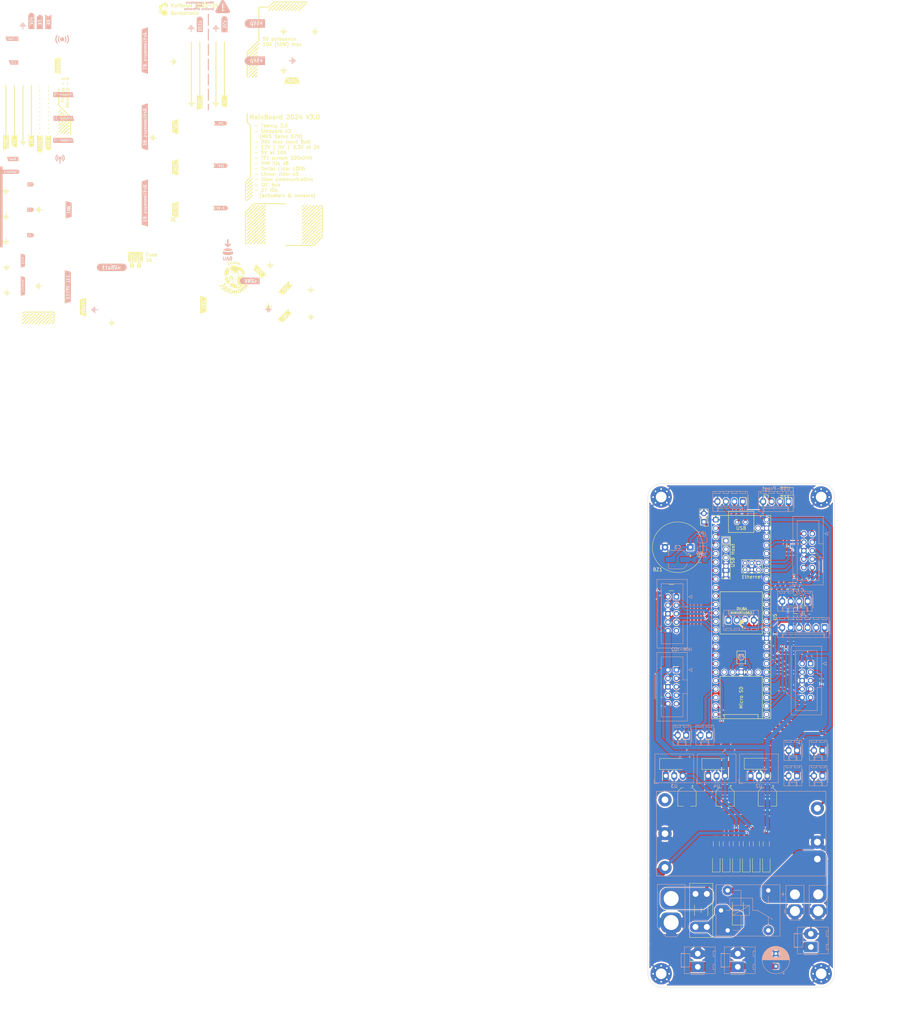
<source format=kicad_pcb>
(kicad_pcb (version 20240108) (generator "pcbnew") (generator_version "8.0")
  (title_block (title "Main Board 2025") (date "2024-06-09") (rev "1") (company "Les Karibous"))
  (layers (0 "F.Cu" signal "Front") (31 "B.Cu" signal "Back") (34 "B.Paste" user) (35 "F.Paste" user) (36 "B.SilkS" user "B.Silkscreen") (37 "F.SilkS" user "F.Silkscreen") (38 "B.Mask" user) (39 "F.Mask" user) (44 "Edge.Cuts" user))
  (net 0 "")
  (net 1 "RX-lidar")
  (net 2 "Init")
  (net 3 "STEP_3")
  (net 4 "DIR_3")
  (net 5 "En5VP")
  (net 6 "STEP_1")
  (net 7 "DIR_1")
  (net 8 "Tirette")
  (net 9 "STEP_2")
  (net 10 "GND")
  (net 11 "DIR_2")
  (net 12 "+3V3")
  (net 13 "+5V")
  (net 14 "+BATT")
  (net 15 "+24V")
  (net 16 "Net-(D1-A)")
  (net 17 "Net-(D3-A)")
  (net 18 "/24VD")
  (net 19 "SCL")
  (net 20 "SDA")
  (net 21 "TX-lidar")
  (net 22 "DOUT-xbee")
  (net 23 "DIN-xbee")
  (net 24 "EN")
  (net 25 "+5VP")
  (net 26 "Net-(D4-A)")
  (net 27 "NEO_PIXEL")
  (net 28 "Net-(D5-A)")
  (net 29 "Net-(D6-A)")
  (net 30 "Couleur")
  (net 31 "Detection")
  (net 32 "Net-(D8-A)")
  (net 33 "TFT_SCK")
  (net 34 "Robot")
  (net 35 "TFT_MOSI")
  (net 36 "TFT_CS")
  (net 37 "Analog1")
  (net 38 "Tirette-2")
  (net 39 "Analog0")
  (net 40 "Init-2")
  (net 41 "Net-(U5-PROGRAM)")
  (net 42 "Net-(D11-A)")
  (net 43 "RX-loc")
  (net 44 "TX-loc")
  (net 45 "/vusb")
  (net 46 "TFT_MISO")
  (net 47 "TFT_DC")
  (net 49 "C_Act1-1")
  (net 50 "C_Act1-2")
  (net 51 "C_Act1-3")
  (net 52 "C_Act1-4")
  (net 53 "C_Act1-9")
  (net 54 "C_Act1-5")
  (net 55 "C_Act1-6")
  (net 56 "C_Act1-7")
  (net 57 "C_Act1-8")
  (net 58 "Net-(Con-TFT1-Pin_1)")
  (net 60 "+12V")
  (net 62 "Net-(D10-A)")
  (net 73 "Net-(R8-Pad2)")
  (net 74 "Net-(BZ1-+)")
  (net 76 "D+")
  (net 77 "D-")
  (net 78 "Net-(JP1-A)")
  (net 79 "Buzzer")
  (footprint "kibuzzard-64944D37" (layer "F.Cu") (at -41.860878 29.742342 45)
    (property "Reference" "kibuzzard-64944D37" (hide yes))
    (property "Value" "G***" (hide yes))
  )
  (footprint "Capacitor_SMD:CP_Elec_5x5.4" (layer "F.Cu") (at 78.74 173.99 -90)
    (property "Reference" "C2" (hide yes))
    (property "Value" "22uF" (hide yes))
  )
  (footprint "LOGO" (layer "F.Cu") (at -34.108 29.828)
    (property "Reference" "G***" (hide yes))
    (property "Value" "LOGO" (hide yes))
  )
  (footprint "LOGO" (layer "F.Cu") (at -46.3 14.334)
    (property "Reference" "G***" (hide yes))
    (property "Value" "LOGO" (hide yes))
  )
  (footprint "Diode_SMD:D_SMA_Handsoldering" (layer "F.Cu") (at 94 208 90)
    (property "Reference" "D4" (hide yes))
    (property "Value" "D_Small" (hide yes))
  )
  (footprint "teensy:Teensy41" (layer "F.Cu") (at 95 120.015 -90)
    (property "Reference" "U5")
    (property "Value" "Teensy4.1")
  )
  (footprint "kibuzzard-64944DAA" (layer "F.Cu") (at -67.432075 -34.421077 90)
    (property "Reference" "kibuzzard-64944DAA" (hide yes))
    (property "Value" "G***" (hide yes))
  )
  (footprint "Resistor_SMD:R_1206_3216Metric_Pad1.30x1.75mm_HandSolder" (layer "F.Cu") (at 96.537392 188.020694 90)
    (property "Reference" "R4" (hide yes))
    (property "Value" "R_Small" (hide yes))
  )
  (footprint "Resistor_SMD:R_1206_3216Metric_Pad1.30x1.75mm_HandSolder" (layer "F.Cu") (at 99.537392 188.020694 90)
    (property "Reference" "R2" (hide yes))
    (property "Value" "R_Small" (hide yes))
  )
  (footprint "Capacitor_SMD:CP_Elec_5x5.4" (layer "F.Cu") (at 102.87 173.99 -90)
    (property "Reference" "C7" (hide yes))
    (property "Value" "22uF" (hide yes))
  )
  (footprint "LED_SMD:LED_1206_3216Metric_Pad1.42x1.75mm_HandSolder" (layer "F.Cu") (at 93.537392 194.020694 90)
    (property "Reference" "D10" (hide yes))
    (property "Value" "LED_Small" (hide yes))
  )
  (footprint "Resistor_SMD:R_1206_3216Metric_Pad1.30x1.75mm_HandSolder" (layer "F.Cu") (at 87.537392 188.020694 90)
    (property "Reference" "R3" (hide yes))
    (property "Value" "R_Small" (hide yes))
  )
  (footprint "LOGO" (layer "F.Cu") (at -93.798 31.606)
    (property "Reference" "G***" (hide yes))
    (property "Value" "LOGO" (hide yes))
  )
  (footprint "LOGO" (layer "F.Cu") (at -34.108 21.7)
    (property "Reference" "G***" (hide yes))
    (property "Value" "LOGO" (hide yes))
  )
  (footprint "Resistor_SMD:R_1206_3216Metric_Pad1.30x1.75mm_HandSolder" (layer "F.Cu") (at 93.537392 188.020694 90)
    (property "Reference" "R5" (hide yes))
    (property "Value" "R_Small" (hide yes))
  )
  (footprint "kibuzzard-64944D37" (layer "F.Cu") (at -49.480201 16.408528 -45)
    (property "Reference" "kibuzzard-64944D37" (hide yes))
    (property "Value" "G***" (hide yes))
  )
  (footprint "kibuzzard-64944D37" (layer "F.Cu") (at -125.541614 -22.449047 90)
    (property "Reference" "kibuzzard-64944D37" (hide yes))
    (property "Value" "G***" (hide yes))
  )
  (footprint "kibuzzard-64944398" (layer "F.Cu") (at -74.748 -2.214349 90)
    (property "Reference" "kibuzzard-64944398" (hide yes))
    (property "Value" "G***" (hide yes))
  )
  (footprint "LOGO" (layer "F.Cu") (at -57.188 18.016)
    (property "Reference" "G***" (hide yes))
    (property "Value" "LOGO" (hide yes))
  )
  (footprint "Connector_PinHeader_2.54mm:PinHeader_1x02_P2.54mm_Vertical" (layer "F.Cu") (at 83.82 91.44 180)
    (property "Reference" "J8" (hide yes))
    (property "Value" "Conn_01x02" (hide yes))
  )
  (footprint "Resistor_SMD:R_1206_3216Metric_Pad1.30x1.75mm_HandSolder" (layer "F.Cu") (at 111.394 118.064 180)
    (property "Reference" "R22" (hide yes))
    (property "Value" "R_Small" (hide yes))
  )
  (footprint "kibuzzard-649443F6" (layer "F.Cu") (at -66.366 26.272 90)
    (property "Reference" "kibuzzard-649443F6" (hide yes))
    (property "Value" "G***" (hide yes))
  )
  (footprint "MountingHole:MountingHole_3.2mm_M3_Pad_Via" (layer "F.Cu") (at 71 227)
    (property "Reference" "H4" (hide yes))
    (property "Value" "M3" (hide yes))
  )
  (footprint "LOGO" (layer "F.Cu") (at -78.388044 -62.369729)
    (property "Reference" "G***" (hide yes))
    (property "Value" "LOGO" (hide yes))
  )
  (footprint "kibuzzard-64944D19" (layer "F.Cu") (at -59.99133 -34.751777 90)
    (property "Reference" "kibuzzard-64944D19" (hide yes))
    (property "Value" "G***" (hide yes))
  )
  (footprint "LOGO" (layer "F.Cu") (at -125.565774 7.299637)
    (property "Reference" "G***" (hide yes))
    (property "Value" "LOGO" (hide yes))
  )
  (footprint "Buzzer_Beeper:Buzzer_15x7.5RM7.6" (layer "F.Cu") (at 79.756 99.06 180)
    (property "Reference" "BZ1")
    (property "Value" "Buzzer")
  )
  (footprint "LOGO" (layer "F.Cu") (at -69.922 -34.18)
    (property "Reference" "G***" (hide yes))
    (property "Value" "LOGO" (hide yes))
  )
  (footprint "LOGO" (layer "F.Cu") (at -86.688 12.81)
    (property "Reference" "G***" (hide yes))
    (property "Value" "LOGO" (hide yes))
  )
  (footprint "LOGO" (layer "F.Cu") (at -81.238156 -23.771066 -90)
    (property "Reference" "G***" (hide yes))
    (property "Value" "LOGO" (hide yes))
  )
  (footprint "LED_SMD:LED_1206_3216Metric_Pad1.42x1.75mm_HandSolder" (layer "F.Cu") (at 102.537394 194.020695 90)
    (property "Reference" "D8" (hide yes))
    (property "Value" "LED_Small" (hide yes))
  )
  (footprint "kibuzzard-64944D37" (layer "F.Cu") (at -41.741826 21.468234 45)
    (property "Reference" "kibuzzard-64944D37" (hide yes))
    (property "Value" "G***" (hide yes))
  )
  (footprint "LOGO" (layer "F.Cu") (at -115.597836 20.724709 -90)
    (property "Reference" "G***" (hide yes))
    (property "Value" "LOGO" (hide yes))
  )
  (footprint "Resistor_SMD:R_1206_3216Metric_Pad1.30x1.75mm_HandSolder" (layer "F.Cu") (at 102.537392 188.020694 90)
    (property "Reference" "R17" (hide yes))
    (property "Value" "R_Small" (hide yes))
  )
  (footprint "LOGO" (layer "F.Cu") (at -42.236 -55.77)
    (property "Reference" "G***" (hide yes))
    (property "Value" "LOGO" (hide yes))
  )
  (footprint "LOGO" (layer "F.Cu") (at -75.51 0.618 45)
    (property "Reference" "G***" (hide yes))
    (property "Value" "LOGO" (hide yes))
  )
  (footprint "LOGO" (layer "F.Cu") (at -120.438028 -22.596667)
    (property "Reference" "G***" (hide yes))
    (property "Value" "LOGO" (hide yes))
  )
  (footprint "Diode_SMD:D_SMA_Handsoldering" (layer "F.Cu") (at 100.33 164)
    (property "Reference" "D7" (hide yes))
    (property "Value" "D_Small" (hide yes))
  )
  (footprint "kibuzzard-649443C2" (layer "F.Cu") (at -39.760537 -40.934657)
    (property "Reference" "kibuzzard-649443C2" (hide yes))
    (property "Value" "G***" (hide yes))
  )
  (footprint "Resistor_SMD:R_1206_3216Metric_Pad1.30x1.75mm_HandSolder" (layer "F.Cu") (at 74.047703 111.192726)
    (property "Reference" "R6" (hide yes))
    (property "Value" "100R" (hide yes))
  )
  (footprint "LOGO" (layer "F.Cu") (at -62.556 -34.18)
    (property "Reference" "G***" (hide yes))
    (property "Value" "LOGO" (hide yes))
  )
  (footprint "MountingHole:MountingHole_3.2mm_M3_Pad_Via" (layer "F.Cu") (at 119 227)
    (property "Reference" "H3" (hide yes))
    (property "Value" "M3" (hide yes))
  )
  (footprint "LED_SMD:LED_1206_3216Metric_Pad1.42x1.75mm_HandSolder" (layer "F.Cu") (at 99.537392 194.020694 90)
    (property "Reference" "D3" (hide yes))
    (property "Value" "LED_Small" (hide yes))
  )
  (footprint "LED_SMD:LED_1206_3216Metric_Pad1.42x1.75mm_HandSolder" (layer "F.Cu") (at 87.537392 194.020694 90)
    (property "Reference" "D5" (hide yes))
    (property "Value" "LED_Small" (hide yes))
  )
  (footprint "kibuzzard-649443DA" (layer "F.Cu") (at -102.434 27.034 90)
    (property "Reference" "kibuzzard-649443DA" (hide yes))
    (property "Value" "G***" (hide yes))
  )
  (footprint "Capacitor_SMD:CP_Elec_5x5.4" (layer "F.Cu") (at 90.17 173.99 -90)
    (property "Reference" "C1" (hide yes))
    (property "Value" "22uF" (hide yes))
  )
  (footprint "kibuzzard-64944D19" (layer "F.Cu") (at -123.009694 -22.72463 90)
    (property "Reference" "kibuzzard-64944D19" (hide yes))
    (property "Value" "G***" (hide yes))
  )
  (footprint "LOGO" (layer "F.Cu") (at -125.273183 22.543636)
    (property "Reference" "G***" (hide yes))
    (property "Value" "LOGO" (hide yes))
  )
  (footprint "kibuzzard-64944CF9" (layer "F.Cu") (at -112.847566 -22.294032 90)
    (property "Reference" "kibuzzard-64944CF9" (hide yes))
    (property "Value" "G***" (hide yes))
  )
  (footprint "Resistor_SMD:R_1206_3216Metric_Pad1.30x1.75mm_HandSolder" (layer "F.Cu") (at 111.394 112.476 180)
    (property "Reference" "R21" (hide yes))
    (property "Value" "R_Small" (hide yes))
  )
  (footprint "kibuzzard-64944345" (layer "F.Cu") (at -74.748 -27.081866 90)
    (property "Reference" "kibuzzard-64944345" (hide yes))
    (property "Value" "G***" (hide yes))
  )
  (footprint "kibuzzard-6494443F" (layer "F.Cu") (at -110.054 -45.356 90)
    (property "Reference" "kibuzzard-6494443F" (hide yes))
    (property "Value" "G***" (hide yes))
  )
  (footprint "LOGO" (layer "F.Cu") (at -42.236 -44.086)
    (property "Reference" "G***" (hide yes))
    (property "Value" "LOGO" (hide yes))
  )
  (footprint "Diode_SMD:D_SMA_Handsoldering" (layer "F.Cu") (at 87.63 164.069)
    (property "Reference" "D2" (hide yes))
    (property "Value" "D_Small" (hide yes))
  )
  (footprint "Resistor_SMD:R_1206_3216Metric_Pad1.30x1.75mm_HandSolder" (layer "F.Cu") (at 102.4525 82.296 180)
    (property "Reference" "R7")
    (property "Value" "R_Small")
  )
  (footprint "LED_SMD:LED_1206_3216Metric_Pad1.42x1.75mm_HandSolder" (layer "F.Cu") (at 90.537392 194.020694 90)
    (property "Reference" "D1" (hide yes))
    (property "Value" "LED_Small" (hide yes))
  )
  (footprint "LOGO" (layer "F.Cu") (at -125.36096 14.965525)
    (property "Reference" "G***" (hide yes))
    (property "Value" "LOGO" (hide yes))
  )
  (footprint "LOGO" (layer "F.Cu") (at -125.595033 -7.885843)
    (property "Reference" "G***" (hide yes))
    (property "Value" "LOGO" (hide yes))
  )
  (footprint "LOGO" (layer "F.Cu") (at -125.565774 -0.278473)
    (property "Reference" "G***" (hide yes))
    (property "Value" "LOGO" (hide yes))
  )
  (footprint "MountingHole:MountingHole_3.2mm_M3_Pad_Via" (layer "F.Cu") (at 119 84)
    (property "Reference" "H2" (hide yes))
    (property "Value" "M3" (hide yes))
  )
  (footprint "Diode_SMD:D_SMA_Handsoldering" (layer "F.Cu") (at 74.93 164.069)
    (property "Reference" "D9" (hide yes))
    (property "Value" "D_Small")
  )
  (footprint "kibuzzard-64944CDF" (layer "F.Cu") (at -117.92863 -22.776302 90)
    (property "Reference" "kibuzzard-64944CDF" (hide yes))
    (property "Value" "G***" (hide yes))
  )
  (footprint "LOGO" (layer "F.Cu") (at -32.838 -55.77)
    (property "Reference" "G***" (hide yes))
    (property "Value" "LOGO" (hide yes))
  )
  (footprint "LOGO" (layer "F.Cu") (at -46.808 26.78)
    (property "Reference" "G***" (hide yes))
    (property "Value" "LOGO" (hide yes))
  )
  (footprint "kibuzzard-64944CEA" (layer "F.Cu") (at -115.400772 -21.984 90)
    (property "Reference" "kibuzzard-64944CEA" (hide yes))
    (property "Value" "G***" (hide yes))
  )
  (footprint "Fuse:Fuseholder_Blade_Mini_Keystone_3568" (layer "F.Cu") (at 84.7 203.04 -90)
    (property "Reference" "F1" (hide yes))
    (property "Value" "Fuse_Small" (hide yes))
  )
  (footprint "LED_SMD:LED_1206_3216Metric_Pad1.42x1.75mm_HandSolder" (layer "F.Cu") (at 108.1675 82.296 180)
    (property "Reference" "D11")
    (property "Value" "LED_Small")
  )
  (footprint "LOGO" (layer "F.Cu") (at -75.425074 -46.594097 90)
    (property "Reference" "G***" (hide yes))
    (property "Value" "LOGO" (hide yes))
  )
  (footprint "LOGO" (layer "F.Cu") (at -115.479796 -2.173464 -90)
    (property "Reference" "G***" (hide yes))
    (property "Value" "LOGO" (hide yes))
  )
  (footprint "MountingHole:MountingHole_3.2mm_M3_Pad_Via" (layer "F.Cu") (at 71 84)
    (property "Reference" "H1" (hide yes))
    (property "Value" "M3" (hide yes))
  )
  (footprint "Resistor_SMD:R_1206_3216Metric_Pad1.30x1.75mm_HandSolder" (layer "F.Cu") (at 90.537392 188.020694 90)
    (property "Reference" "R1" (hide yes))
    (property "Value" "R_Small" (hide yes))
  )
  (footprint "kibuzzard-6494437E" (layer "F.Cu") (at -74.748 -14.876 90)
    (property "Reference" "kibuzzard-6494437E" (hide yes))
    (property "Value" "G***" (hide yes))
  )
  (footprint "LED_SMD:LED_1206_3216Metric_Pad1.42x1.75mm_HandSolder" (layer "F.Cu") (at 96.537392 194.020694 90)
    (property "Reference" "D6" (hide yes))
    (property "Value" "LED_Small" (hide yes))
  )
  (footprint "LOGO" (layer "B.Cu") (at -108.661798 -53.396743 180)
    (property "Reference" "G***" (hide yes))
    (property "Value" "LOGO" (hide yes))
  )
  (footprint "Converter_DCDC:Converter_DCDC_RECOM_R-78B-2.0_THT" (layer "B.Cu") (at 72.39 167.64)
    (property "Reference" "U3")
    (property "Value" "R-78B12-2.0")
  )
  (footprint "kibuzzard-6493EE40" (layer "B.Cu") (at -108.276 -23.004 180)
    (property "Reference" "kibuzzard-6493EE40" (hide yes))
    (property "Value" "G***" (hide yes))
  )
  (footprint "Connector_IDC:IDC-Header_2x05_P2.54mm_Vertical" (layer "B.Cu") (at 75.565 135.84 180)
    (property "Reference" "IHM-IO2")
    (property "Value" "Conn_02x05_Odd_Even")
  )
  (footprint "Resistor_SMD:R_1206_3216Metric_Pad1.30x1.75mm_HandSolder" (layer "B.Cu") (at 82.506001 102.76 180)
    (property "Reference" "R9")
    (property "Value" "330")
  )
  (footprint "kibuzzard-6493EFEC" (layer "B.Cu") (at -118.182 5.444 180)
    (property "Reference" "kibuzzard-6493EFEC" (hide yes))
    (property "Value" "G***" (hide yes))
  )
  (footprint "Capacitor_SMD:CP_Elec_5x5.4" (layer "B.Cu") (at 75.956 102.76 180)
    (property "Reference" "C3")
    (property "Value" "100uF")
  )
  (footprint "Connector_Molex:Molex_KK-254_AE-6410-04A_1x04_P2.54mm_Vertical" (layer "B.Cu") (at 109.22 85.344 180)
    (property "Reference" "USB-Prog1")
    (property "Value" "Conn_01x04")
  )
  (footprint "LOGO" (layer "B.Cu") (at -62.556 -56.532)
    (property "Reference" "G***" (hide yes))
    (property "Value" "LOGO" (hide yes))
  )
  (footprint "Connector_Molex:Molex_KK-254_AE-6410-04A_1x04_P2.54mm_Vertical" (layer "B.Cu") (at 114.95 115.27 180)
    (property "Reference" "J22" (hide yes))
    (property "Value" "Conn_01x04" (hide yes))
  )
  (footprint "Connector_IDC:IDC-Header_2x05_P2.54mm_Vertical" (layer "B.Cu") (at 75.565 113.92 180)
    (property "Reference" "Con-TFT1" (hide yes))
    (property "Value" "Conn_02x05_Odd_Even")
  )
  (footprint "kibuzzard-6493EEE0" (layer "B.Cu") (at -115.388 -58.564 -90)
    (property "Reference" "kibuzzard-6493EEE0" (hide yes))
    (property "Value" "G***" (hide yes))
  )
  (footprint "LOGO" (layer "B.Cu") (at -60.524 -63.136 180)
    (property "Reference" "G***" (hide yes))
    (property "Value" "LOGO" (hide yes))
  )
  (footprint "Connector_Molex:Molex_KK-254_AE-6410-02A_1x02_P2.54mm_Vertical" (layer "B.Cu") (at 111.76 160.02 180)
    (property "Reference" "J4" (hide yes))
    (property "Value" "Conn_01x02")
  )
  (footprint "kibuzzard-6493EE83" (layer "B.Cu") (at -123.516 -17.416 180)
    (property "Reference" "kibuzzard-6493EE83" (hide yes))
    (property "Value" "G***" (hide yes))
  )
  (footprint "LOGO" (layer "B.Cu") (at -69.99585 -56.515596)
    (property "Reference" "G***" (hide yes))
    (property "Value" "LOGO" (hide yes))
  )
  (footprint "LOGO" (layer "B.Cu") (at -98.901739 27.820663 90)
    (property "Reference" "G***" (hide yes))
    (property "Value" "LOGO" (hide yes))
  )
  (footprint "Converter_DCDC:Converter_DCDC_RECOM_R-78B-2.0_THT" (layer "B.Cu") (at 85.09 167.64)
    (property "Reference" "U4")
    (property "Value" "R-78B5.0-2.0")
  )
  (footprint "Connector_IDC:IDC-Header_2x05_P2.54mm_Vertical" (layer "B.Cu") (at 115.824 133.97 180)
    (property "Reference" "IHM-IO1" (hide yes))
    (property "Value" "Conn_02x05_Odd_Even" (hide yes))
  )
  (footprint "kibuzzard-6493EEF0" (layer "B.Cu") (at -112.848 -58.564 -90)
    (property "Reference" "kibuzzard-6493EEF0" (hide yes))
    (property "Value" "G***" (hide yes))
  )
  (footprint "kibuzzard-64932F6F" (layer "B.Cu") (at -50.872 -58.056 180)
    (property "Reference" "kibuzzard-64932F6F" (hide yes))
    (property "Value" "G***" (hide yes))
  )
  (footprint "kibuzzard-6493EFE7" (layer "B.Cu") (at -118.182 -2.176 180)
    (property "Reference" "kibuzzard-6493EFE7" (hide yes))
    (property "Value" "G***" (hide yes))
  )
  (footprint "kibuzzard-6493F0A8" (layer "B.Cu") (at -120.468 13.064 90)
    (property "Reference" "kibuzzard-6493F0A8" (hide yes))
    (property "Value" "G***" (hide yes))
  )
  (footprint "kibuzzard-64933096" (layer "B.Cu") (at -52.396 19.16 180)
    (property "Reference" "kibuzzard-64933096" (hide yes))
    (property "Value" "G***" (hide yes))
  )
  (footprint "Connector_Molex:Molex_KK-254_AE-6410-04A_1x04_P2.54mm_Vertical" (layer "B.Cu") (at 95.504 85.344 180)
    (property "Reference" "J12" (hide yes))
    (property "Value" "Conn_01x04" (hide yes))
  )
  (footprint "kibuzzard-6493F100" (layer "B.Cu") (at -106.752 -2.176 90)
    (property "Reference" "kibuzzard-6493F100" (hide yes))
    (property "Value" "G***" (hide yes))
  )
  (footprint "kibuzzard-64932F6F" (layer "B.Cu") (at -50.872 -46.88 180)
    (property "Reference" "kibuzzard-64932F6F" (hide yes))
    (property "Value" "G***" (hide yes))
  )
  (footprint "Capacitor_THT:CP_Radial_D8.0mm_P3.80mm" (layer "B.Cu") (at 105.41 224.78 90)
    (property "Reference" "C6" (hide yes))
    (property "Value" "220uF" (hide yes))
  )
  (footprint "kibuzzard-6493EFD0" (layer "B.Cu") (at -118.182 -9.796 180)
    (property "Reference" "kibuzzard-6493EFD0" (hide yes))
    (property "Value" "G***" (hide yes))
  )
  (footprint "LOGO" (layer "B.Cu") (at -120.468 -57.294)
    (property "Reference" "G***" (hide yes))
    (property "Value" "LOGO" (hide yes))
  )
  (footprint "kibuzzard-6493EEAC" (layer "B.Cu") (at -123.77 -53.484 180)
    (property "Reference" "kibuzzard-6493EEAC" (hide yes))
    (property "Value" "G***" (hide yes))
  )
  (footprint "Connector_Molex:Molex_KK-254_AE-6410-02A_1x02_P2.54mm_Vertical" (layer "B.Cu") (at 111.76 167.64 180)
    (property "Reference" "J9" (hide yes))
    (property "Value" "Conn_01x02")
  )
  (footprint "Jumper:SolderJumper-2_P1.3mm_Open_RoundedPad1.0x1.5mm" (layer "B.Cu") (at 83.306001 96.76 180)
    (property "Reference" "JP2")
    (property "Value" "SolderJumper_2_Open")
  )
  (footprint "kibuzzard-6493F09E" (layer "B.Cu") (at -120.468 20.684 90)
    (property "Reference" "kibuzzard-6493F09E" (hide yes))
    (property "Value" "G***" (hide yes))
  )
  (footprint "Connector_AMASS:AMASS_XT30U-F_1x02_P5.0mm_Vertical" (layer "B.Cu") (at 118.11 208.2 90)
    (property "Reference" "J7" (hide yes))
    (property "Value" "XT30" (hide yes))
  )
  (footprint "LOGO" (layer "B.Cu") (at -109.335735 -17.376183 180)
    (property "Reference" "G***" (hide yes))
    (property "Value" "LOGO" (hide yes))
  )
  (footprint "kibuzzard-6493EE50" (layer "B.Cu") (at -108.276 -36.72 180)
    (property "Reference" "kibuzzard-6493EE50" (hide yes))
    (property "Value" "G***" (hide yes))
  )
  (footprint "Connector_Molex:Molex_KK-396_A-41791-0002_1x02_P3.96mm_Vertical" (layer "B.Cu") (at 81.98 224.94 90)
    (property "Reference" "J20" (hide yes))
    (property "Value" "BAU" (hide yes))
  )
  (footprint "LOGO" (layer "B.Cu") (at -46.807886 27.59755 180)
    (property "Reference" "G***" (hide yes))
    (property "Value" "LOGO" (hide yes))
  )
  (footprint "Connector_Molex:Molex_KK-254_AE-6410-06A_1x06_P2.54mm_Vertical" (layer "B.Cu") (at 120.015 123.175 180)
    (property "Reference" "J6")
    (property "Value" "Conn_01x06")
  )
  (footprint "Relay_THT:Relay_SPDT_Finder_36.11" (layer "B.Cu") (at 88.95 208)
    (property "Reference" "K2" (hide yes))
    (property "Value" "FINDER-36.11")
  )
  (footprint "Resistor_SMD:R_1206_3216Metric_Pad1.30x1.75mm_HandSolder" (layer "B.Cu") (at 94.996 133.525 180)
    (property "Reference" "R8")
    (property "Value" "100")
  )
  (footprint "kibuzzard-6493EE56" (layer "B.Cu") (at -108.188 -29.608 180)
    (property "Reference" "kibuzzard-6493EE56" (hide yes))
    (property "Value" "G***" (hide yes))
  )
  (footprint "kibuzzard-6493F190" (layer "B.Cu") (at -83.892 -4.208 -90)
    (property "Reference" "kibuzzard-6493F190" (hide yes))
    (property "Value" "G***" (hide yes))
  )
  (footprint "Connector_Molex:Molex_KK-254_AE-6410-02A_1x02_P2.54mm_Vertical" (layer "B.Cu") (at 85.344 155.448 180)
    (property "Reference" "J15" (hide yes))
    (property "Value" "Conn_01x02")
  )
  (footprint "kibuzzard-64932EB2" (layer "B.Cu") (at -117.928 -58.818 -90)
    (property "Reference" "kibuzzard-64932EB2" (hide yes))
    (property "Value" "G***" (hide yes))
  )
  (footprint "kibuzzard-6493EE9E" (layer "B.Cu") (at -123.262 -46.372 180)
    (property "Reference" "kibuzzard-6493EE9E" (hide yes))
    (property "Value" "G***" (hide yes))
  )
  (footprint "kibuzzard-6493F0E7" (layer "B.Cu") (at -107.006 20.938 90)
    (property "Reference" "kibuzzard-6493F0E7" (hide yes))
    (property "Value" "G***" (hide yes))
  )
  (footprint "Jumper:SolderJumper-2_P1.3mm_Open_RoundedPad1.0x1.5mm" (layer "B.Cu") (at 83.306001 99.76)
    (property "Reference" "JP1")
    (property "Value" "SolderJumper_2_Open")
  )
  (footprint "kibuzzard-64933140" (layer "B.Cu") (at -61.245203 -28.116269 180)
    (property "Reference" "kibuzzard-64933140" (hide yes))
    (property "Value" "G***" (hide yes))
  )
  (footprint "kibuzzard-6493F0C8" (layer "B.Cu") (at -93.798 15.096 180)
    (property "Reference" "kibuzzard-6493F0C8" (hide yes))
    (property "Value" "G***" (hide yes))
  )
  (footprint "Connector_AMASS:AMASS_XT60-M_1x02_P7.20mm_Vertical" (layer "B.Cu") (at 74 211.636 90)
    (property "Reference" "J1" (hide yes))
    (property "Value" "XT60" (hide yes))
  )
  (footprint "Connector_IDC:IDC-Header_2x05_P2.54mm_Vertical" (layer "B.Cu") (at 116.332 94.996 180)
    (property "Reference" "C_Act1" (hide yes))
    (property "Value" "Conn_02x05_Odd_Even" (hide yes))
  )
  (footprint "Connector_Molex:Molex_KK-254_AE-6410-02A_1x02_P2.54mm_Vertical" (layer "B.Cu") (at 119.38 167.64 180)
    (property "Reference" "J28" (hide yes))
    (property "Value" "Conn_01x02" (hide yes))
  )
  (footprint "LOGO" (layer "B.Cu") (at -59 9 180)
    (property "Reference" "G***" (hide yes))
    (property "Value" "LOGO" (hide yes))
  )
  (footprint "Connector_Molex:Molex_KK-254_AE-6410-02A_1x02_P2.54mm_Vertical" (layer "B.Cu") (at 78.504 155.448 180)
    (property "Reference" "J18" (hide yes))
    (property "Value" "Conn_01x02")
  )
  (footprint "kibuzzard-64932EB2" (layer "B.Cu") (at -60.003555 -57.845276 -90)
    (property "Reference" "kibuzzard-64932EB2" (hide yes))
    (property "Value" "G***" (hide yes))
  )
  (footprint "Converter_DCDC:Converter_DCDC_RECOM_R-78B-2.0_THT" (layer "B.Cu") (at 97.79 167.64)
    (property "Reference" "U2")
    (property "Value" "R-78B3.3-2.0")
  )
  (footprint "Connector_AMASS:AMASS_XT30U-F_1x02_P5.0mm_Vertical" (layer "B.Cu") (at 111.125 208.2 90)
    (property "Reference" "J16" (hide yes))
    (property "Value" "XT30")
  )
  (footprint "Connector_Molex:Molex_KK-254_AE-6410-04A_1x04_P2.54mm_Vertical" (layer "B.Cu") (at 91.171021 120.952963)
    (property "Reference" "J2" (hide yes))
    (property "Value" "Conn_01x04" (hide yes))
  )
  (footprint "TEN 50-2411:CONV_TEN_50-2411" (layer "B.Cu") (at 95 184.9785 180)
    (property "Reference" "PS1" (hide yes))
    (property "Value" "TEN_50-2411" (hide yes))
  )
  (footprint "Connector_Molex:Molex_KK-254_AE-6410-02A_1x02_P2.54mm_Vertical" (layer "B.Cu") (at 119.38 160.02 180)
    (property "Reference" "J23" (hide yes))
    (property "Value" "Conn_01x02" (hide yes))
  )
  (footprint "kibuzzard-6493F174" (layer "B.Cu") (at -83.892 -49.928 -90)
    (property "Reference" "kibuzzard-6493F174" (hide yes))
    (property "Value" "G***" (hide yes))
  )
  (footprint "Connector_Molex:Molex_KK-396_A-41791-0002_1x02_P3.96mm_Vertical" (layer "B.Cu") (at 115.895 218.98 90)
    (property "Reference" "J21" (hide yes))
    (property "Value" "BAU" (hide yes))
  )
  (footprint "kibuzzard-64932E55" (layer "B.Cu") (at -67.408967 -57.816369 -90)
    (property "Reference" "kibuzzard-64932E55" (hide yes))
    (property "Value" "G***" (hide yes))
  )
  (footprint "kibuzzard-6493EF75" (layer "B.Cu") (at -124.400272 -13.585868 180)
    (property "Reference" "kibuzzard-6493EF75" (hide yes))
    (property "Value" "G***" (hide yes))
  )
  (footprint "kibuzzard-6493F18B" (layer "B.Cu") (at -83.892 -27.068 -90)
    (property "Reference" "kibuzzard-6493F18B" (hide yes))
    (property "Value" "G***" (hide yes))
  )
  (footprint "LOGO" (layer "B.Cu") (at -39.696 -46.88 -90)
    (property "Reference" "G***" (hide yes))
    (property "Value" "LOGO" (hide yes))
  )
  (footprint "Connector_Molex:Molex_KK-396_A-41791-0002_1x02_P3.96mm_Vertical" (layer "B.Cu") (at 93.98 224.94 90)
    (property "Reference" "J26" (hide yes))
    (property "Value" "BAU" (hide yes))
  )
  (footprint "kibuzzard-64933122" (layer "B.Cu") (at -61.210205 -15.400464 180)
    (property "Reference" "kibuzzard-64933122" (hide yes))
    (property "Value" "G***" (hide yes))
  )
  (footprint "kibuzzard-64933136" (layer "B.Cu") (at -61.185008 -2.685822 180)
    (property "Reference" "kibuzzard-64933136" (hide yes))
    (property "Value" "G***" (hide yes))
  )
  (gr_line (start -126.940272 -14.855868) (end -126.940272 8.766132) (stroke (width 0.8)) (layer "B.SilkS"))
  (gr_line (start -64.842 -60.85) (end -64.842 -32.148) (stroke (width 0.3) (type dash)) (layer "B.SilkS"))
  (gr_line (start -112.806782 -23.984) (end -112.806782 -39.484) (stroke (width 0.3) (type dot)) (layer "F.SilkS"))
  (gr_line (start -36.688 5.016) (end -31.188 -0.484) (stroke (width 0.3)) (layer "F.SilkS"))
  (gr_line (start -43.688 -61.984) (end -41.688 -63.984) (stroke (width 0.3)) (layer "F.SilkS"))
  (gr_line (start -37.688 -61.984) (end -35.688 -63.984) (stroke (width 0.3)) (layer "F.SilkS"))
  (gr_line (start -53.188 -4.984) (end -51.688 -6.484) (stroke (width 0.3)) (layer "F.SilkS"))
  (gr_line (start -53.188 2.016) (end -47.688 -3.484) (stroke (width 0.3)) (layer "F.SilkS"))
  (gr_line (start -109.188 -24.984) (end -106.688 -27.484) (stroke (width 0.3)) (layer "F.SilkS"))
  (gr_line (start -33.188 8.516) (end -30.688 6.016) (stroke (width 0.3)) (layer "F.SilkS"))
  (gr_line (start -119.688 32.016) (end -116.688 29.016) (stroke (width 0.3)) (layer "F.SilkS"))
  (gr_line (start -36.688 7.016) (end -31.188 1.516) (stroke (width 0.3)) (layer "F.SilkS"))
  (gr_line (start -67.402547 -36.118104) (end -67.402547 -52.484) (stroke (width 0.3)) (layer "F.SilkS"))
  (gr_line (start -48.188 8.016) (end -47.688 7.516) (stroke (width 0.3)) (layer "F.SilkS"))
  (gr_line (start -53.188 0.016) (end -49.688 -3.484) (stroke (width 0.3)) (layer "F.SilkS"))
  (gr_line (start -39.688 -61.984) (end -37.688 -63.984) (stroke (width 0.3)) (layer "F.SilkS"))
  (gr_line (start -120.688 31.016) (end -118.688 29.016) (stroke (width 0.3)) (layer "F.SilkS"))
  (gr_line (start -116.688 32.016) (end -113.688 29.016) (stroke (width 0.3)) (layer "F.SilkS"))
  (gr_line (start -50.188 -44.484) (end -52.688 -41.984) (stroke (width 0.3)) (layer "F.SilkS"))
  (gr_line (start -52.188 8.016) (end -47.688 3.516) (stroke (width 0.3)) (layer "F.SilkS"))
  (gr_line (start -53.188 7.016) (end -47.688 1.516) (stroke (width 0.3)) (layer "F.SilkS"))
  (gr_line (start -45.688 -61.984) (end -43.688 -63.984) (stroke (width 0.3)) (layer "F.SilkS"))
  (gr_line (start -69.922 -34.942) (end -69.922 -52.484) (stroke (width 0.3)) (layer "F.SilkS"))
  (gr_line (start -52.188 -11.984) (end -53.688 -10.484) (stroke (width 0.3)) (layer "F.SilkS"))
  (gr_line (start -117.688 32.016) (end -114.688 29.016) (stroke (width 0.3)) (layer "F.SilkS"))
  (gr_line (start -40.688 -61.984) (end -38.688 -63.984) (stroke (width 0.3)) (layer "F.SilkS"))
  (gr_line (start -109.688 -31.484) (end -109.188 -31.984) (stroke (width 0.3)) (layer "F.SilkS"))
  (gr_line (start -53.188 8.016) (end -47.688 2.516) (stroke (width 0.3)) (layer "F.SilkS"))
  (gr_line (start -50.188 -42.484) (end -50.688 -41.984) (stroke (width 0.3)) (layer "F.SilkS"))
  (gr_line (start -53.188 -30.984) (end -53.188 -28.484) (stroke (width 0.3)) (layer "F.SilkS"))
  (gr_line (start -53.188 -5.984) (end -51.688 -7.484) (stroke (width 0.3)) (layer "F.SilkS"))
  (gr_line (start -50.188 -48.484) (end -52.688 -45.984) (stroke (width 0.3)) (layer "F.SilkS"))
  (gr_line (start -36.688 6.016) (end -31.188 0.516) (stroke (width 0.3)) (layer "F.SilkS"))
  (gr_line (start -113.688 32.016) (end -111.688 30.016) (stroke (width 0.3)) (layer "F.SilkS"))
  (gr_line (start -53.188 4.016) (end -47.688 -1.484) (stroke (width 0.3)) (layer "F.SilkS"))
  (gr_line (start -50.188 -46.484) (end -52.688 -43.984) (stroke (width 0.3)) (layer "F.SilkS"))
  (gr_line (start -111.188 31.516) (end -111.188 28.516) (stroke (width 0.3)) (layer "F.SilkS"))
  (gr_line (start -50.188 -49.484) (end -52.688 -46.984) (stroke (width 0.3)) (layer "F.SilkS"))
  (gr_line (start -53.188 -28.484) (end -52.188 -27.484) (stroke (width 0.3)) (layer "F.SilkS"))
  (gr_line (start -115.688 32.016) (end -112.688 29.016) (stroke (width 0.3)) (layer "F.SilkS"))
  (gr_line (start -60.009423 -36.173673) (end -60.009423 -52.484) (stroke (width 0.3)) (layer "F.SilkS"))
  (gr_line (start -49.688 -62.984) (end -46.688 -62.984) (stroke (width 0.3)) (layer "F.SilkS"))
  (gr_line (start -42.688 -61.984) (end -40.688 -63.984) (stroke (width 0.3)) (layer "F.SilkS"))
  (gr_line (start -46.688 -62.984) (end -45.188 -64.484) (stroke (width 0.3)) (layer "F.SilkS"))
  (gr_line (start -53.188 -9.984) (end -51.688 -11.484) (stroke (width 0.3)) (layer "F.SilkS"))
  (gr_line (start -109.688 -30.484) (end -108.688 -31.484) (stroke (width 0.3)) (layer "F.SilkS"))
  (gr_line (start -125.5751 -23.984) (end -125.5751 -39.484) (stroke (width 0.3)) (layer "F.SilkS"))
  (gr_line (start -52.688 -48.984) (end -49.46797 -52.20403) (stroke (width 0.3)) (layer "F.SilkS"))
  (gr_line (start -120.438028 -23.209334) (end -120.438028 -39.484) (stroke (width 0.3)) (layer "F.SilkS"))
  (gr_line (start -114.688 32.016) (end -111.688 29.016) (stroke (width 0.3)) (layer "F.SilkS"))
  (gr_line (start -45.188 -64.484) (end -35.188 -64.484) (stroke (width 0.3)) (layer "F.SilkS"))
  (gr_line (start -41.688 -3.984) (end -51.188 -3.984) (stroke (width 0.3)) (layer "F.SilkS"))
  (gr_line (start -109.688 -26.484) (end -106.688 -29.484) (stroke (width 0.3)) (layer "F.SilkS"))
  (gr_line (start -46.688 -61.984) (end -44.688 -63.984) (stroke (width 0.3)) (layer "F.SilkS"))
  (gr_line (start -50.188 8.016) (end -47.688 5.516) (stroke (width 0.3)) (layer "F.SilkS"))
  (gr_line (start -35.188 -3.484) (end -36.688 -1.984) (stroke (width 0.3)) (layer "F.SilkS"))
  (gr_line (start -51.188 8.016) (end -47.688 4.516) (stroke (width 0.3)) (layer "F.SilkS"))
  (gr_line (start -53.188 -0.984) (end -50.688 -3.484) (stroke (width 0.3)) (layer "F.SilkS"))
  (gr_line (start -53.188 -49.484) (end -53.188 -41.984) (stroke (width 0.3)) (layer "F.SilkS"))
  (gr_line (start -35.688 8.016) (end -31.188 3.516) (stroke (width 0.3)) (layer "F.SilkS"))
  (gr_line (start -109.688 -33.484) (end -106.188 -29.984) (stroke (width 0.3)) (layer "F.SilkS"))
  (gr_line (start -123.015483 -23.984) (end -123.015483 -39.484) (stroke (width 0.3)) (layer "F.SilkS"))
  (gr_line (start -106.688 -25.484) (end -107.188 -24.984) (stroke (width 0.3)) (layer "F.SilkS"))
  (gr_line (start -115.396161 -23.984) (end -115.396161 -39.484) (stroke (width 0.3) (type dot)) (layer "F.SilkS"))
  (gr_line (start -109.688 -27.484) (end -107.188 -29.984) (stroke (width 0.3)) (layer "F.SilkS"))
  (gr_line (start -120.688 32.016) (end -117.688 29.016) (stroke (width 0.3)) (layer "F.SilkS"))
  (gr_line (start -34.188 -3.484) (end -36.688 -0.984) (stroke (width 0.3)) (layer "F.SilkS"))
  (gr_line (start -118.688 32.016) (end -115.688 29.016) (stroke (width 0.3)) (layer "F.SilkS"))
  (gr_line (start -53.188 3.016) (end -47.688 -2.484) (stroke (width 0.3)) (layer "F.SilkS"))
  (gr_line (start -33.688 8.016) (end -31.188 5.516) (stroke (width 0.3)) (layer "F.SilkS"))
  (gr_line (start -53.188 6.016) (end -47.688 0.516) (stroke (width 0.3)) (layer "F.SilkS"))
  (gr_line (start -120.688 29.016) (end -120.188 28.516) (stroke (width 0.3)) (layer "F.SilkS"))
  (gr_line (start -117.896251 -23.984) (end -117.896251 -39.484) (stroke (width 0.3)) (layer "F.SilkS"))
  (gr_line (start -111.688 32.016) (end -111.188 31.516) (stroke (width 0.3)) (layer "F.SilkS"))
  (gr_line (start -36.688 8.016) (end -31.188 2.516) (stroke (width 0.3)) (layer "F.SilkS"))
  (gr_line (start -53.688 -10.484) (end -53.688 -4.984) (stroke (width 0.3)) (layer "F.SilkS"))
  (gr_line (start -108.188 -24.984) (end -106.688 -26.484) (stroke (width 0.3)) (layer "F.SilkS"))
  (gr_line (start -52.188 -50.484) (end -53.188 -49.484) (stroke (width 0.3)) (layer "F.SilkS"))
  (gr_line (start -36.688 2.016) (end -31.188 -3.484) (stroke (width 0.3)) (layer "F.SilkS"))
  (gr_line (start -49.836263 -50.835737) (end -52.688 -47.984) (stroke (width 0.3)) (layer "F.SilkS"))
  (gr_line (start -109.688 -38.484) (end -109.688 -33.484) (stroke (width 0.3)) (layer "F.SilkS"))
  (gr_line (start -112.688 32.016) (end -111.688 31.016) (stroke (width 0.3)) (layer "F.SilkS"))
  (gr_line (start -53.188 -6.984) (end -51.688 -8.484) (stroke (width 0.3)) (layer "F.SilkS"))
  (gr_line (start -109.688 -29.484) (end -108.188 -30.984) (stroke (width 0.3)) (layer "F.SilkS"))
  (gr_line (start -50.188 -43.484) (end -51.688 -41.984) (stroke (width 0.3)) (layer "F.SilkS"))
  (gr_line (start -30.688 6.016) (end -30.688 -3.484) (stroke (width 0.3)) (layer "F.SilkS"))
  (gr_line (start -62.556 -34.984) (end -62.556 -52.484) (stroke (width 0.3)) (layer "F.SilkS"))
  (gr_line (start -41.688 8.516) (end -33.188 8.516) (stroke (width 0.3)) (layer "F.SilkS"))
  (gr_line (start -53.188 5.016) (end -47.688 -0.484) (stroke (width 0.3)) (layer "F.SilkS"))
  (gr_line (start -53.188 -7.984) (end -51.688 -9.484) (stroke (width 0.3)) (layer "F.SilkS"))
  (gr_line (start -53.688 -1.484) (end -53.688 8.016) (stroke (width 0.3)) (layer "F.SilkS"))
  (gr_line (start -106.188 -29.984) (end -106.188 -24.984) (stroke (width 0.3)) (layer "F.SilkS"))
  (gr_line (start -33.188 -3.484) (end -36.688 0.016) (stroke (width 0.3)) (layer "F.SilkS"))
  (gr_line (start -36.688 4.016) (end -31.188 -1.484) (stroke (width 0.3)) (layer "F.SilkS"))
  (gr_line (start -53.188 1.016) (end -48.688 -3.484) (stroke (width 0.3)) (layer "F.SilkS"))
  (gr_line (start -109.688 -25.484) (end -106.688 -28.484) (stroke (width 0.3)) (layer "F.SilkS"))
  (gr_line (start -50.188 -47.484) (end -52.688 -44.984) (stroke (width 0.3)) (layer "F.SilkS"))
  (gr_line (start -38.688 -61.984) (end -36.688 -63.984) (stroke (width 0.3)) (layer "F.SilkS"))
  (gr_line (start -32.188 -3.484) (end -36.688 1.016) (stroke (width 0.3)) (layer "F.SilkS"))
  (gr_line (start -34.688 8.016) (end -31.188 4.516) (stroke (width 0.3)) (layer "F.SilkS"))
  (gr_line (start -120.188 28.516) (end -111.188 28.516) (stroke (width 0.3)) (layer "F.SilkS"))
  (gr_line (start -109.688 -28.484) (end -107.688 -30.484) (stroke (width 0.3)) (layer "F.SilkS"))
  (gr_line (start -36.188 -3.484) (end -36.688 -2.984) (stroke (width 0.3)) (layer "F.SilkS"))
  (gr_line (start -52.188 -50.484) (end -49.688 -52.984) (stroke (width 0.3)) (layer "F.SilkS"))
  (gr_line (start -120.688 30.016) (end -119.688 29.016) (stroke (width 0.3)) (layer "F.SilkS"))
  (gr_line (start -49.188 8.016) (end -47.688 6.516) (stroke (width 0.3)) (layer "F.SilkS"))
  (gr_line (start -52.188 -27.484) (end -52.188 -11.984) (stroke (width 0.3)) (layer "F.SilkS"))
  (gr_line (start -44.688 -61.984) (end -42.688 -63.984) (stroke (width 0.3)) (layer "F.SilkS"))
  (gr_line (start -51.188 -3.984) (end -53.688 -1.484) (stroke (width 0.3)) (layer "F.SilkS"))
  (gr_line (start -53.188 -8.984) (end -51.688 -10.484) (stroke (width 0.3)) (layer "F.SilkS"))
  (gr_line (start -41.688 -61.984) (end -39.688 -63.984) (stroke (width 0.3)) (layer "F.SilkS"))
  (gr_line (start -36.688 3.016) (end -31.188 -2.484) (stroke (width 0.3)) (layer "F.SilkS"))
  (gr_line (start -49.688 -52.984) (end -49.688 -62.984) (stroke (width 0.3)) (layer "F.SilkS"))
  (gr_line (start -50.188 -45.484) (end -52.688 -42.984) (stroke (width 0.3)) (layer "F.SilkS"))
  (gr_line (start 67 227) (end 67 84) (stroke (width 0.1)) (layer "Edge.Cuts"))
  (gr_arc (start 71 231) (mid 68.171573 229.828427) (end 67 227) (stroke (width 0.1)) (layer "Edge.Cuts"))
  (gr_line (start 119 80) (end 71 80) (stroke (width 0.1)) (layer "Edge.Cuts"))
  (gr_line (start 123 84) (end 123 227) (stroke (width 0.1)) (layer "Edge.Cuts"))
  (gr_line (start 119 231) (end 71 231) (stroke (width 0.1)) (layer "Edge.Cuts"))
  (gr_arc (start 67 84) (mid 68.171573 81.171573) (end 71 80) (stroke (width 0.1)) (layer "Edge.Cuts"))
  (gr_arc (start 123 227) (mid 121.828427 229.828427) (end 119 231) (stroke (width 0.1)) (layer "Edge.Cuts"))
  (gr_arc (start 119 80) (mid 121.828427 81.171573) (end 123 84) (stroke (width 0.1)) (layer "Edge.Cuts"))
  (gr_text "Même connecteurs \nMAIS\ntensions différentes" (at -67.636 -63.39 0) (layer "B.SilkS") (effects (font (size 0.6 0.6) (thickness 0.15) (bold yes)) (justify mirror)))
  (gr_text "BAU" (at -57.476 13.064 0) (layer "B.SilkS") (effects (font (size 1 1) (thickness 0.2) (bold yes)) (justify left bottom mirror)))
  (gr_text "Primary - 1\nSecondary - 0" (at -106.688 -41.984 90) (layer "F.SilkS") (effects (font (size 0.8 0.8) (thickness 0.2) (bold yes)) (justify right bottom)))
  (gr_text "Barbatronic" (at -71.784044 -61.150529 0) (layer "F.SilkS") (effects (font (size 1 1) (thickness 0.2))))
  (gr_text "5V puissance\n10A (50W) max" (at -48.688055 -51.233955 0) (layer "F.SilkS") (effects (font (size 1 1) (thickness 0.2) (bold yes)) (justify left bottom)))
  (gr_text "Fuse\n5A" (at -83.688 13.516 0) (layer "F.SilkS") (effects (font (size 1 1) (thickness 0.2) (bold yes)) (justify left bottom)))
  (gr_text "- Teensy 3.5\n- Steppers x3\n  (MKS Servo 57B)\n- 30V max input Batt\n- 12V | 5V | 3.3V at 2A\n- 5V at 10A \n- TFT screen 320x240\n- IHM IOs x8\n- Serial Lidar LD06\n- Linear lidar x3\n- Xbee communication\n- I2C bus\n- 27 IOs \n  (actuators & sensors)" (at -51.188 -27.984 0) (layer "F.SilkS") (effects (font (size 1 1) (thickness 0.2) (bold yes)) (justify left top)))
  (gr_text "Karibous 2023-24" (at -68.990044 -63.436529 0) (layer "F.SilkS") (effects (font (size 1 1) (thickness 0.2))))
  (gr_text "MainBoard 2024 V3.0" (at -41.990796 -29.961179 0) (layer "F.SilkS") (effects (font (size 1.3 1.3) (thickness 0.24) (bold yes))))
  (segment (start 95.504 85.344) (end 95.504 87.761) (width 0.8) (layer "F.Cu") (net 1))
  (segment (start 95.504 87.761) (end 87.38 95.885) (width 0.8) (layer "F.Cu") (net 1))
  (segment (start 78.504 154.414) (end 78.504 155.448) (width 0.8) (layer "B.Cu") (net 2))
  (segment (start 87.38 141.605) (end 86.995 141.605) (width 0.8) (layer "B.Cu") (net 2))
  (segment (start 86.995 141.605) (end 84.294 144.306) (width 0.8) (layer "B.Cu") (net 2))
  (segment (start 84.294 151.418) (end 82.804 152.908) (width 0.8) (layer "B.Cu") (net 2))
  (segment (start 82.804 152.908) (end 80.01 152.908) (width 0.8) (layer "B.Cu") (net 2))
  (segment (start 80.01 152.908) (end 78.504 154.414) (width 0.8) (layer "B.Cu") (net 2))
  (segment (start 84.294 144.306) (end 84.294 151.418) (width 0.8) (layer "B.Cu") (net 2))
  (segment (start 77.9272 136.4488) (end 77.1144 137.2616) (width 0.8) (layer "F.Cu") (net 3))
  (segment (start 81.373 109.674076) (end 81.373 131.889304) (width 0.8) (layer "F.Cu") (net 3))
  (segment (start 77.9272 135.335104) (end 77.9272 136.4488) (width 0.8) (layer "F.Cu") (net 3))
  (segment (start 74.0033 137.4017) (end 73.025 138.38) (width 0.8) (layer "F.Cu") (net 3))
  (segment (start 81.373 131.889304) (end 77.9272 135.335104) (width 0.8) (layer "F.Cu") (net 3))
  (segment (start 74.2958 137.1092) (end 76.4262 137.1092) (width 0.32) (layer "F.Cu") (net 3))
  (segment (start 76.44846 137.08694) (end 76.62312 137.2616) (width 0.2) (layer "F.Cu") (net 3))
  (segment (start 85.002076 106.045) (end 81.373 109.674076) (width 0.8) (layer "F.Cu") (net 3))
  (segment (start 76.4262 137.1092) (end 76.44846 137.08694) (width 0.32) (layer "F.Cu") (net 3))
  (segment (start 87.38 106.045) (end 85.002076 106.045) (width 0.8) (layer "F.Cu") (net 3))
  (segment (start 77.1144 137.2616) (end 76.62312 137.2616) (width 0.8) (layer "F.Cu") (net 3))
  (segment (start 74.0033 137.4017) (end 74.2958 137.1092) (width 0.32) (layer "F.Cu") (net 3))
  (segment (start 78.060915 144.736161) (end 76.41016 144.736161) (width 0.8) (layer "F.Cu") (net 4))
  (segment (start 76.0476 144.7292) (end 76.4032 144.7292) (width 0.32) (layer "F.Cu") (net 4))
  (segment (start 85.217 133.985) (end 82.1604 137.0416) (width 0.8) (layer "F.Cu") (net 4))
  (segment (start 87.38 133.985) (end 85.217 133.985) (width 0.8) (layer "F.Cu") (net 4))
  (segment (start 82.1604 140.636676) (end 78.060915 144.736161) (width 0.8) (layer "F.Cu") (net 4))
  (segment (start 74.2942 144.7292) (end 73.025 143.46) (width 0.8) (layer "F.Cu") (net 4))
  (segment (start 76.0476 144.7292) (end 74.2942 144.7292) (width 0.32) (layer "F.Cu") (net 4))
  (segment (start 74.7268 144.7292) (end 74.2942 144.7292) (width 0.8) (layer "F.Cu") (net 4))
  (segment (start 82.1604 137.0416) (end 82.1604 140.636676) (width 0.8) (layer "F.Cu") (net 4))
  (segment (start 118.364 153.67) (end 90.17 153.67) (width 0.8) (layer "F.Cu") (net 5))
  (segment (start 120.93 174.2885) (end 120.93 156.236) (width 0.8) (layer "F.Cu") (net 5))
  (segment (start 117.86 177.3585) (end 120.93 174.2885) (width 0.8) (layer "F.Cu") (net 5))
  (segment (start 89.154 152.654) (end 89.154 151.13) (width 0.8) (layer "F.Cu") (net 5))
  (segment (start 90.17 153.67) (end 89.154 152.654) (width 0.8) (layer "F.Cu") (net 5))
  (segment (start 120.93 156.236) (end 118.364 153.67) (width 0.8) (layer "F.Cu") (net 5))
  (via (at 89.154 151.13) (size 0.8) (drill 0.4) (layers "F.Cu" "B.Cu") (net 5))
  (segment (start 88.265 139.065) (end 87.38 139.065) (width 0.8) (layer "B.Cu") (net 5))
  (segment (start 89.154 139.954) (end 88.265 139.065) (width 0.8) (layer "B.Cu") (net 5))
  (segment (start 89.154 151.13) (end 89.154 139.954) (width 0.8) (layer "B.Cu") (net 5))
  (segment (start 79.0104 135.736828) (end 79.0104 137.3976) (width 0.8) (layer "F.Cu") (net 6))
  (segment (start 87.38 108.585) (end 83.947 108.585) (width 0.8) (layer "F.Cu") (net 6))
  (segment (start 82.423 132.324228) (end 79.0104 135.736828) (width 0.8) (layer "F.Cu") (net 6))
  (segment (start 78.028 138.38) (end 75.565 138.38) (width 0.8) (layer "F.Cu") (net 6))
  (segment (start 83.947 108.585) (end 82.423 110.109) (width 0.8) (layer "F.Cu") (net 6))
  (segment (start 82.423 110.109) (end 82.423 132.324228) (width 0.8) (layer "F.Cu") (net 6))
  (segment (start 79.0104 137.3976) (end 78.028 138.38) (width 0.8) (layer "F.Cu") (net 6))
  (segment (start 87.38 103.505) (end 86.057152 103.505) (width 0.8) (layer "F.Cu") (net 7))
  (segment (start 80.323 109.239152) (end 80.323 131.45438) (width 0.8) (layer "F.Cu") (net 7))
  (segment (start 80.323 131.45438) (end 75.93738 135.84) (width 0.8) (layer "F.Cu") (net 7))
  (segment (start 75.93738 135.84) (end 75.565 135.84) (width 0.8) (layer "F.Cu") (net 7))
  (segment (start 86.057152 103.505) (end 80.323 109.239152) (width 0.8) (layer "F.Cu") (net 7))
  (segment (start 87.38 144.145) (end 85.939924 144.145) (width 0.8) (layer "B.Cu") (net 8))
  (segment (start 85.939924 144.145) (end 85.344 144.740924) (width 0.8) (layer "B.Cu") (net 8))
  (segment (start 85.344 144.740924) (end 85.344 155.448) (width 0.8) (layer "B.Cu") (net 8))
  (segment (start 83.2104 141.0716) (end 83.2104 137.476524) (width 0.8) (layer "F.Cu") (net 9))
  (segment (start 84.161924 136.525) (end 87.38 136.525) (width 0.8) (layer "F.Cu") (net 9))
  (segment (start 83.2104 137.476524) (end 84.161924 136.525) (width 0.8) (layer "F.Cu") (net 9))
  (segment (start 78.282 146) (end 83.2104 141.0716) (width 0.8) (layer "F.Cu") (net 9))
  (segment (start 75.565 146) (end 78.282 146) (width 0.8) (layer "F.Cu") (net 9))
  (segment (start 87.38 131.445) (end 86.272076 131.445) (width 0.8) (layer "F.Cu") (net 11))
  (segment (start 81.1104 140.201752) (end 77.852152 143.46) (width 0.8) (layer "F.Cu") (net 11))
  (segment (start 81.1104 136.606676) (end 81.1104 140.201752) (width 0.8) (layer "F.Cu") (net 11))
  (segment (start 77.852152 143.46) (end 75.565 143.46) (width 0.8) (layer "F.Cu") (net 11))
  (segment (start 86.272076 131.445) (end 81.1104 136.606676) (width 0.8) (layer "F.Cu") (net 11))
  (segment (start 109.844 115.244) (end 109.87 115.27) (width 1) (layer "F.Cu") (net 12))
  (segment (start 70.104 144.272) (end 70.104 115.316) (width 1.5) (layer "F.Cu") (net 12))
  (segment (start 109.844 112.476) (end 109.844 115.244) (width 1) (layer "F.Cu") (net 12))
  (segment (start 70.104 115.316) (end 71.5 113.92) (width 1.5) (layer "F.Cu") (net 12))
  (segment (start 102.83 167.600001) (end 102.869999 167.64) (width 1) (layer "F.Cu") (net 12))
  (segment (start 102.83 164) (end 102.83 167.600001) (width 1) (layer "F.Cu") (net 12))
  (segment (start 73.025 146) (end 71.832 146) (width 1.5) (layer "F.Cu") (net 12))
  (segment (start 71.832 146) (end 70.104 144.272) (width 1.5) (layer "F.Cu") (net 12))
  (segment (start 71.5 113.92) (end 73.025 113.92) (width 1.5) (layer "F.Cu") (net 12))
  (segment (start 102.537392 186.470693) (end 102.537392 184.228608) (width 1) (layer "F.Cu") (net 12))
  (segment (start 109.844 118.064) (end 109.844 115.296) (width 1) (layer "F.Cu") (net 12))
  (segment (start 102.537392 184.228608) (end 102.54901 184.21699) (width 1) (layer "F.Cu") (net 12))
  (segment (start 109.844 115.296) (end 109.87 115.27) (width 1) (layer "F.Cu") (net 12))
  (via (at 102.54901 184.21699) (size 0.8) (drill 0.4) (layers "F.Cu" "B.Cu") (net 12))
  (segment (start 111.618 144.13) (end 109.855 142.367) (width 1.5) (layer "B.Cu") (net 12))
  (segment (start 109.87 123.16) (end 109.855 123.175) (width 1.8) (layer "B.Cu") (net 12))
  (segment (start 96.25102 122.66702) (end 96.25102 120.952963) (width 0.8) (layer "B.Cu") (net 12))
  (segment (start 96.774 123.19) (end 96.25102 122.66702) (width 0.8) (layer "B.Cu") (net 12))
  (segment (start 75.184 159.004) (end 73.025 156.845) (width 1.5) (layer "B.Cu") (net 12))
  (segment (start 103.482343 122.575) (end 101.667515 122.575) (width 0.4) (layer "B.Cu") (net 12))
  (segment (start 113.284 146.558) (end 113.284 144.13) (width 1.5) (layer "B.Cu") (net 12))
  (segment (start 102.869999 160.782001) (end 102.869999 156.972001) (width 1.5) (layer "B.Cu") (net 12))
  (segment (start 103.993 122.575) (end 105.664 120.904) (width 0.8) (layer "B.Cu") (net 12))
  (segment (start 102.869999 164.592) (end 102.869999 160.782001) (width 1.5) (layer "B.Cu") (net 12))
  (segment (start 101.667515 122.575) (end 101.199 122.575) (width 0.8) (layer "B.Cu") (net 12))
  (segment (start 100.584 123.19) (end 96.774 123.19) (width 0.8) (layer "B.Cu") (net 12))
  (segment (start 102.869999 156.972001) (end 113.284 146.558) (width 1.5) (layer "B.Cu") (net 12))
  (segment (start 105.664 120.904) (end 109.87 120.904) (width 0.8) (layer "B.Cu") (net 12))
  (segment (start 113.284 144.13) (end 111.618 144.13) (width 1.5) (layer "B.Cu") (net 12))
  (segment (start 102.54901 184.21699) (end 102.869999 183.896001) (width 1) (layer "B.Cu") (net 12))
  (segment (start 102.869999 160.782001) (end 102.869999 159.004) (width 1.5) (layer "B.Cu") (net 12))
  (segment (start 109.87 115.27) (end 109.87 120.904) (width 1.5) (layer "B.Cu") (net 12))
  (segment (start 101.199 122.575) (end 100.584 123.19) (width 0.8) (layer "B.Cu") (net 12))
  (segment (start 102.869999 159.004) (end 75.184 159.004) (width 1.5) (layer "B.Cu") (net 12))
  (segment (start 102.869999 167.64) (end 102.869999 164.592) (width 1.5) (layer "B.Cu") (net 12))
  (segment (start 109.855 142.367) (end 109.855 123.175) (width 1.5) (layer "B.Cu") (net 12))
  (segment (start 103.482343 122.575) (end 103.993 122.575) (width 0.8) (layer "B.Cu") (net 12))
  (segment (start 109.87 120.904) (end 109.87 123.16) (width 1.5) (layer "B.Cu") (net 12))
  (segment (start 102.869999 183.896001) (end 102.869999 167.64) (width 1) (layer "B.Cu") (net 12))
  (segment (start 73.025 156.845) (end 73.025 146) (width 1.5) (layer "B.Cu") (net 12))
  (segment (start 90.13 164.069) (end 90.13 167.600001) (width 1) (layer "F.Cu") (net 13))
  (segment (start 99.537392 184.718392) (end 97.917 183.098) (width 1) (layer "F.Cu") (net 13))
  (segment (start 111.76 160.02) (end 111.76 167.64) (width 1.8) (layer "F.Cu") (net 13))
  (segment (start 90.13 167.600001) (end 90.169999 167.64) (width 1) (layer "F.Cu") (net 13))
  (segment (start 110.49 157.48) (end 111.76 158.75) (width 1.8) (layer "F.Cu") (net 13))
  (segment (start 111.76 158.75) (end 111.76 160.02) (width 1.8) (layer "F.Cu") (net 13))
  (segment (start 70.925274 111.192726) (end 70.104 112.014) (width 0.8) (layer "F.Cu") (net 13))
  (segment (start 99.537392 186.470693) (end 99.537392 184.718392) (width 1) (layer "F.Cu") (net 13))
  (segment (start 90.169999 167.64) (end 90.169999 161.290001) (width 1.8) (layer "F.Cu") (net 13))
  (segment (start 93.98 157.48) (end 110.49 157.48) (width 1.8) (layer "F.Cu") (net 13))
  (segment (start 90.169999 161.290001) (end 93.98 157.48) (width 1.8) (layer "F.Cu") (net 13))
  (segment (start 72.497702 111.192726) (end 70.925274 111.192726) (width 0.8) (layer "F.Cu") (net 13))
  (via (at 70.104 112.014) (size 0.8) (drill 0.4) (layers "F.Cu" "B.Cu") (net 13))
  (via (at 97.917 183.098) (size 0.8) (drill 0.4) (layers "F.Cu" "B.Cu") (net 13))
  (segment (start 121.635 93.187) (end 121.635 131.064) (width 1) (layer "B.Cu") (net 13))
  (segment (start 121.635 131.064) (end 121.635 152.685) (width 1) (layer "B.Cu") (net 13))
  (segment (start 90.424 87.376) (end 91.44 88.392) (width 1) (layer "B.Cu") (net 13))
  (segment (start 90.424001 85.344) (end 90.424001 87.375999) (width 1) (layer "B.Cu") (net 13))
  (segment (start 70.104 122.682) (end 71.502 124.08) (width 0.8) (layer "B.Cu") (net 13))
  (segment (start 114.3 154.94) (end 111.76 157.48) (width 1) (layer "B.Cu") (net 13))
  (segment (start 119.253 90.805) (end 121.635 93.187) (width 1) (layer "B.Cu") (net 13))
  (segment (start 111.76 157.48) (end 111.76 160.02) (width 1) (layer "B.Cu") (net 13))
  (segment (start 71.502 124.08) (end 73.025 124.08) (width 0.8) (layer "B.Cu") (net 13))
  (segment (start 97.917 183.098) (end 96.012 181.193) (width 1) (layer "B.Cu") (net 13))
  (segment (start 91.44 88.392) (end 100.207 88.392) (width 1) (layer "B.Cu") (net 13))
  (segment (start 90.424001 87.375999) (end 90.424 87.376) (width 1) (layer "B.Cu") (net 13))
  (segment (start 73.025 135.84) (end 71.822919 135.84) (width 1.8) (layer "B.Cu") (net 13))
  (segment (start 90.169999 162.427999) (end 90.169999 167.64) (width 1.8) (layer "B.Cu") (net 13))
  (segment (start 70.104 156.611006) (end 74.396994 160.904) (width 1.8) (layer "B.Cu") (net 13))
  (segment (start 88.646 160.904) (end 90.169999 162.427999) (width 1.8) (layer "B.Cu") (net 13))
  (segment (start 114.3 131.064) (end 121.635 131.064) (width 1) (layer "B.Cu") (net 13))
  (segment (start 73.025 124.08) (end 73.025 135.84) (width 1.8) (layer "B.Cu") (net 13))
  (segment (start 95.965766 181.193) (end 90.169999 175.397233) (width 1) (layer "B.Cu") (net 13))
  (segment (start 70.104 112.014) (end 70.104 122.682) (width 0.8) (layer "B.Cu") (net 13))
  (segment (start 74.396994 160.904) (end 88.646 160.904) (width 1.8) (layer "B.Cu") (net 13))
  (segment (start 113.284 132.08) (end 114.3 131.064) (width 1) (layer "B.Cu") (net 13))
  (segment (start 90.169999 175.397233) (end 90.169999 167.64) (width 1) (layer "B.Cu") (net 13))
  (segment (start 113.284 133.97) (end 113.284 132.08) (width 1) (layer "B.Cu") (net 13))
  (segment (start 71.822919 135.84) (end 70.104 137.558919) (width 1.8) (layer "B.Cu") (net 13))
  (segment (start 100.207 88.392) (end 102.62 90.805) (width 1) (layer "B.Cu") (net 13))
  (segment (start 102.62 90.805) (end 119.253 90.805) (width 1) (layer "B.Cu") (net 13))
  (segment (start 121.635 152.685) (end 119.38 154.94) (width 1) (layer "B.Cu") (net 13))
  (segment (start 70.104 137.558919) (end 70.104 156.611006) (width 1.8) (layer "B.Cu") (net 13))
  (segment (start 119.38 154.94) (end 114.3 154.94) (width 1) (layer "B.Cu") (net 13))
  (segment (start 96.012 181.193) (end 95.965766 181.193) (width 1) (layer "B.Cu") (net 13))
  (segment (start 85.817307 186.470693) (end 84.7 187.588) (width 1) (layer "F.Cu") (net 14))
  (segment (start 84.7 203.04) (end 81.3 203.04) (width 3) (layer "F.Cu") (net 14))
  (segment (start 87.537392 186.470693) (end 85.817307 186.470693) (width 1) (layer "F.Cu") (net 14))
  (segment (start 84.7 187.588) (end 84.7 203.04) (width 1) (layer "F.Cu") (net 14))
  (segment (start 85.09 178.054) (end 85.09 171.704) (width 1.8) (layer "F.Cu") (net 15))
  (segment (start 90.17 171.79) (end 85.176 171.79) (width 1) (layer "F.Cu") (net 15))
  (segment (start 85.13 164.069) (end 85.13 167.6) (width 1) (layer "F.Cu") (net 15))
  (segment (start 97.79 167.64) (end 97.79 171.45) (width 1.8) (layer "F.Cu") (net 15))
  (segment (start 90.678 180.848) (end 100.711 180.848) (width 3) (layer "F.Cu") (net 15))
  (segment (start 98.13 171.79) (end 97.79 171.45) (width 1) (layer "F.Cu") (net 15))
  (segment (start 97.79 171.45) (end 97.79 177.927) (width 1.8) (layer "F.Cu") (net 15))
  (segment (start 97.663 180.848) (end 97.79 180.721) (width 1.8) (layer "F.Cu") (net 15))
  (segment (start 97.83 164) (end 97.83 167.6) (width 1) (layer "F.Cu") (net 15))
  (segment (start 72.43 167.6) (end 72.39 167.64) (width 1) (layer "F.Cu") (net 15))
  (segment (start 85.13 167.6) (end 85.09 167.64) (width 1) (layer "F.Cu") (net 15))
  (segment (start 74.127 171.79) (end 73.4695 171.1325) (width 1) (layer "F.Cu") (net 15))
  (segment (start 90.537392 180.988608) (end 90.678 180.848) (width 1) (layer "F.Cu") (net 15))
  (segment (start 100.711 180.848) (end 102.362 180.848) (width 3) (layer "F.Cu") (net 15))
  (segment (start 114.1125 192.5985) (end 117.86 192.5985) (width 3) (layer "F.Cu") (net 15))
  (segment (start 102.87 171.79) (end 98.13 171.79) (width 1) (layer "F.Cu") (net 15))
  (segment (start 73.4695 171.1325) (end 72.39 170.053) (width 1.8) (layer "F.Cu") (net 15))
  (segment (start 72.43 164.069) (end 72.43 167.6) (width 1) (layer "F.Cu") (net 15))
  (segment (start 97.83 167.6) (end 97.79 167.64) (width 1) (layer "F.Cu") (net 15))
  (segment (start 85.09 171.704) (end 85.09 167.64) (width 1.8) (layer "F.Cu") (net 15))
  (segment (start 75.692 173.355) (end 73.4695 171.1325) (width 1.8) (layer "F.Cu") (net 15))
  (segment (start 102.362 180.848) (end 114.1125 192.5985) (width 3) (layer "F.Cu") (net 15))
  (segment (start 75.692 179.07) (end 75.692 173.355) (width 1.8) (layer "F.Cu") (net 15))
  (segment (start 87.884 180.848) (end 85.09 178.054) (width 1.8) (layer "F.Cu") (net 15))
  (segment (start 78.74 171.79) (end 74.127 171.79) (width 1) (layer "F.Cu") (net 15))
  (segment (start 77.47 180.848) (end 75.692 179.07) (width 1.8) (layer "F.Cu") (net 15))
  (segment (start 72.39 170.053) (end 72.39 167.64) (width 1.8) (layer "F.Cu") (net 15))
  (segment (start 85.176 171.79) (end 85.09 171.704) (width 1) (layer "F.Cu") (net 15))
  (segment (start 97.79 177.927) (end 100.711 180.848) (width 1.8) (layer "F.Cu") (net 15))
  (segment (start 90.537392 186.470693) (end 90.537392 180.988608) (width 1) (layer "F.Cu") (net 15))
  (segment (start 77.47 180.848) (end 90.678 180.848) (width 3) (layer "F.Cu") (net 15))
  (segment (start 90.537392 189.570695) (end 90.537392 192.533194) (width 1) (layer "F.Cu") (net 16))
  (segment (start 99.537392 189.570695) (end 99.537392 192.533194) (width 1) (layer "F.Cu") (net 17))
  (segment (start 84.7 212.96) (end 81.3 212.96) (width 3) (layer "F.Cu") (net 18))
  (segment (start 114.95 113.426) (end 114 112.476) (width 0.8) (layer "F.Cu") (net 19))
  (segment (start 114 112.476) (end 112.944 112.476) (width 0.8) (layer "F.Cu") (net 19))
  (segment (start 114.95 115.27) (end 114.95 113.426) (width 0.8) (layer "F.Cu") (net 19))
  (segment (start 102.62 108.585) (end 104.11 110.075) (width 0.8) (layer "B.Cu") (net 19))
  (segment (start 111.051924 110.075) (end 114.95 113.973076) (width 0.8) (layer "B.Cu") (net 19))
  (segment (start 114.935 115.285) (end 114.95 115.27) (width 0.8) (layer "B.Cu") (net 19))
  (segment (start 104.11 110.075) (end 111.051924 110.075) (width 0.8) (layer "B.Cu") (net 19))
  (segment (start 114.935 123.175) (end 114.935 115.285) (width 0.8) (layer "B.Cu") (net 19))
  (segment (start 114.95 113.973076) (end 114.95 115.27) (width 0.8) (layer "B.Cu") (net 19))
  (segment (start 112.41 117.744) (end 112.41 115.27) (width 0.8) (layer "F.Cu") (net 20))
  (segment (start 112.73 118.064) (end 112.41 117.744) (width 0.8) (layer "F.Cu") (net 20))
  (segment (start 112.944 118.064) (end 112.73 118.064) (width 0.8) (layer "F.Cu") (net 20))
  (segment (start 112.41 115.27) (end 112.41 112.918) (width 0.8) (layer "B.Cu") (net 20))
  (segment (start 112.395 115.285) (end 112.41 115.27) (width 0.8) (layer "B.Cu") (net 20))
  (segment (start 112.41 112.918) (end 110.617 111.125) (width 0.8) (layer "B.Cu") (net 20))
  (segment (start 110.617 111.125) (end 102.62 111.125) (width 0.8) (layer "B.Cu") (net 20))
  (segment (start 112.395 123.175) (end 112.395 115.285) (width 0.8) (layer "B.Cu") (net 20))
  (segment (start 88.435076 93.345) (end 87.38 93.345) (width 0.8) (layer "F.Cu") (net 21))
  (segment (start 92.964 88.816076) (end 88.435076 93.345) (width 0.8) (layer "F.Cu") (net 21))
  (segment (start 92.964 85.344) (end 92.964 88.816076) (width 0.8) (layer "F.Cu") (net 21))
  (segment (start 93.711021 113.777021) (end 93.711021 120.952963) (width 0.8) (layer "F.Cu") (net 22))
  (segment (start 91.059 111.125) (end 93.711021 113.777021) (width 0.8) (layer "F.Cu") (net 22))
  (segment (start 87.38 111.125) (end 91.059 111.125) (width 0.8) (layer "F.Cu") (net 22))
  (segment (start 89.535 113.665) (end 91.171021 115.301021) (width 0.8) (layer "F.Cu") (net 23))
  (segment (start 91.171021 115.301021) (end 91.171021 120.952963) (width 0.8) (layer "F.Cu") (net 23))
  (segment (start 87.38 113.665) (end 89.535 113.665) (width 0.8) (layer "F.Cu") (net 23))
  (segment (start 80.0604 139.766828) (end 78.907229 140.919999) (width 0.8) (layer "F.Cu") (net 24))
  (segment (start 78.907229 140.919999) (end 75.565 140.919999) (width 0.8) (layer "F.Cu") (net 24))
  (segment (start 87.327152 128.905) (end 80.0604 136.171752) (width 0.8) (layer "F.Cu") (net 24))
  (segment (start 80.0604 136.171752) (end 80.0604 139.766828) (width 0.8) (layer "F.Cu") (net 24))
  (segment (start 87.38 128.905) (end 87.327152 128.905) (width 0.8) (layer "F.Cu") (net 24))
  (segment (start 81.98 224.94) (end 93.98 224.94) (width 3) (layer "F.Cu") (net 25))
  (segment (start 96.537392 186.470693) (end 96.537392 184.82548) (width 1) (layer "F.Cu") (net 25))
  (segment (start 94.14 224.78) (end 93.98 224.94) (width 1.8) (layer "F.Cu") (net 25))
  (segment (start 69 198.2785) (end 69 217.336) (width 3) (layer "F.Cu") (net 25))
  (segment (start 76.604 224.94) (end 81.98 224.94) (width 3) (layer "F.Cu") (net 25))
  (segment (start 69 217.336) (end 76.604 224.94) (width 3) (layer "F.Cu") (net 25))
  (segment (start 105.41 224.78) (end 94.14 224.78) (width 1.8) (layer "F.Cu") (net 25))
  (segment (start 72.14 195.1385) (end 69 198.2785) (width 3) (layer "F.Cu") (net 25))
  (segment (start 96.537392 184.82548) (end 96.538487 184.824385) (width 1) (layer "F.Cu") (net 25))
  (via (at 96.538487 184.824385) (size 0.8) (drill 0.4) (layers "F.Cu" "B.Cu") (net 25))
  (segment (start 82.454115 184.824385) (end 72.14 195.1385) (width 1) (layer "B.Cu") (net 25))
  (segment (start 96.538487 184.824385) (end 82.454115 184.824385) (width 1) (layer "B.Cu") (net 25))
  (segment (start 113.697 218.98) (end 104.902 210.185) (width 1.8) (layer "F.Cu") (net 26))
  (segment (start 115.895 218.98) (end 113.697 218.98) (width 1.8) (layer "F.Cu") (net 26))
  (segment (start 93.542 202) (end 94 202.458) (width 1.8) (layer "F.Cu") (net 26))
  (segment (start 104.902 210.185) (end 101.727 210.185) (width 1.8) (layer "F.Cu") (net 26))
  (segment (start 101.727 210.185) (end 93.542 202) (width 1.8) (layer "F.Cu") (net 26))
  (segment (start 94 202.458) (end 94 205.5) (width 1.8) (layer "F.Cu") (net 26))
  (segment (start 90.95 202) (end 93.542 202) (width 1.8) (layer "F.Cu") (net 26))
  (segment (start 106.6415 130.67) (end 114.414 130.67) (width 0.8) (layer "F.Cu") (net 27))
  (segment (start 115.824 132.08) (end 115.824 133.97) (width 0.8) (layer "F.Cu") (net 27))
  (segment (start 114.414 130.67) (end 115.824 132.08) (width 0.8) (layer "F.Cu") (net 27))
  (segment (start 106.355 130.9565) (end 106.6415 130.67) (width 0.8) (layer "F.Cu") (net 27))
  (via (at 106.355 130.9565) (size 0.8) (drill 0.4) (layers "F.Cu" "B.Cu") (net 27))
  (segment (start 106.355 130.9565) (end 106.355 137.668) (width 0.8) (layer "B.Cu") (net 27))
  (segment (start 104.958 139.065) (end 102.62 139.065) (width 0.8) (layer "B.Cu") (net 27))
  (segment (start 106.355 137.668) (end 104.958 139.065) (width 0.8) (layer "B.Cu") (net 27))
  (segment (start 87.537392 189.570695) (end 87.537392 192.533194) (width 1) (layer "F.Cu") (net 28))
  (segment (start 96.537392 189.570695) (end 96.537392 192.533194) (width 1) (layer "F.Cu") (net 29))
  (segment (start 92.563849 151.57) (end 117.348 151.57) (width 0.8) (layer "F.Cu") (net 30))
  (segment (start 87.678849 146.685) (end 89.783925 148.790076) (width 0.8) (layer "F.Cu") (net 30))
  (segment (start 118.217076 151.57) (end 119.092 150.695076) (width 0.8) (layer "F.Cu") (net 30))
  (segment (start 89.783925 148.790076) (end 92.563849 151.57) (width 0.8) (layer "F.Cu") (net 30))
  (segment (start 119.092 150.695076) (end 119.092 142.24) (width 0.8) (layer "F.Cu") (net 30))
  (segment (start 117.348 151.57) (end 118.217076 151.57) (width 0.8) (layer "F.Cu") (net 30))
  (segment (start 87.38 146.685) (end 87.678849 146.685) (width 0.8) (layer "F.Cu") (net 30))
  (segment (start 119.092 142.24) (end 119.092 140.134924) (width 0.8) (layer "F.Cu") (net 30))
  (via (at 119.092 140.134924) (size 0.8) (drill 0.4) (layers "F.Cu" "B.Cu") (net 30))
  (segment (start 117.968 136.51) (end 115.824 136.51) (width 0.8) (layer "B.Cu") (net 30))
  (segment (start 119.092 137.634) (end 117.968 136.51) (width 0.8) (layer "B.Cu") (net 30))
  (segment (start 119.092 140.134924) (end 119.092 137.634) (width 0.8) (layer "B.Cu") (net 30))
  (segment (start 115.066 145.656) (end 115.824 144.898) (width 0.8) (layer "F.Cu") (net 31))
  (segment (start 112.350152 145.656) (end 115.066 145.656) (width 0.8) (layer "F.Cu") (net 31))
  (segment (start 108.299152 141.605) (end 112.350152 145.656) (width 0.8) (layer "F.Cu") (net 31))
  (segment (start 115.824 144.898) (end 115.824 144.13) (width 0.8) (layer "F.Cu") (net 31))
  (segment (start 102.62 141.605) (end 108.299152 141.605) (width 0.8) (layer "F.Cu") (net 31))
  (segment (start 102.537392 192.533193) (end 102.537394 192.533195) (width 1) (layer "F.Cu") (net 32))
  (segment (start 102.537392 189.570695) (end 102.537392 192.533193) (width 1) (layer "F.Cu") (net 32))
  (segment (start 88.773 117.475) (end 89.408 118.11) (width 0.8) (layer "F.Cu") (net 33))
  (segment (start 86.59939 117.475) (end 88.265 117.475) (width 0.4) (layer "F.Cu") (net 33))
  (segment (start 89.408 118.11) (end 89.408 122.555) (width 0.8) (layer "F.Cu") (net 33))
  (segment (start 83.985074 119) (end 85.510074 117.475) (width 0.8) (layer "F.Cu") (net 33))
  (segment (start 89.408 122.555) (end 90.678 123.825) (width 0.8) (layer "F.Cu") (net 33))
  (segment (start 88.265 117.475) (end 88.773 117.475) (width 0.8) (layer "F.Cu") (net 33))
  (segment (start 85.510074 117.475) (end 86.59939 117.475) (width 0.8) (layer "F.Cu") (net 33))
  (segment (start 90.678 123.825) (end 102.62 123.825) (width 0.8) (layer "F.Cu") (net 33))
  (via (at 83.985074 119) (size 0.8) (drill 0.4) (layers "F.Cu" "B.Cu") (net 33))
  (segment (start 83.985074 119) (end 75.565 119) (width 0.8) (layer "B.Cu") (net 33))
  (segment (start 85.598 96.643) (end 85.598 93.218) (width 0.8) (layer "F.Cu") (net 34))
  (segment (start 85.598 93.218) (end 83.82 91.44) (width 0.8) (layer "F.Cu") (net 34))
  (segment (start 87.38 98.425) (end 85.598 96.643) (width 0.8) (layer "F.Cu") (net 34))
  (segment (start 85.380537 120.432537) (end 85.380537 118.781537) (width 0.8) (layer "B.Cu") (net 35))
  (segment (start 86.233 121.285) (end 85.380537 120.432537) (width 0.8) (layer "B.Cu") (net 35))
  (segment (start 78.0974 117.95) (end 76.6074 116.46) (width 0.8) (layer "B.Cu") (net 35))
  (segment (start 84.549 117.95) (end 78.0974 117.95) (width 0.8) (layer "B.Cu") (net 35))
  (segment (start 87.38 121.285) (end 86.233 121.285) (width 0.8) (layer "B.Cu") (net 35))
  (segment (start 76.6074 116.46) (end 75.565 116.46) (width 0.8) (layer "B.Cu") (net 35))
  (segment (start 85.380537 118.781537) (end 84.549 117.95) (width 0.8) (layer "B.Cu") (net 35))
  (segment (start 84.219363 120.250637) (end 85.725 118.745) (width 0.8) (layer "F.Cu") (net 36))
  (segment (start 85.725 118.745) (end 87.38 118.745) (width 0.8) (layer "F.Cu") (net 36))
  (via (at 84.219363 120.250637) (size 0.8) (drill 0.4) (layers "F.Cu" "B.Cu") (net 36))
  (segment (start 73.025 121.54) (end 73.278 121.54) (width 0.8) (layer "B.Cu") (net 36))
  (segment (start 73.278 121.54) (end 74.549 120.269) (width 0.8) (layer "B.Cu") (net 36))
  (segment (start 84.219363 120.250637) (end 84.201 120.269) (width 0.8) (layer "B.Cu") (net 36))
  (segment (start 84.201 120.269) (end 76.454 120.269) (width 0.8) (layer "B.Cu") (net 36))
  (segment (start 74.549 120.269) (end 74.712679 120.269) (width 0.8) (layer "B.Cu") (net 36))
  (segment (start 76.454 120.269) (end 74.712679 120.269) (width 0.33) (layer "B.Cu") (net 36))
  (segment (start 110.423575 136.51) (end 113.284 136.51) (width 0.8) (layer "F.Cu") (net 37))
  (segment (start 104.906 129.654) (end 104.906 130.992425) (width 0.8) (layer "F.Cu") (net 37))
  (segment (start 104.157 128.905) (end 104.906 129.654) (width 0.8) (layer "F.Cu") (net 37))
  (segment (start 104.906 130.992425) (end 110.423575 136.51) (width 0.8) (layer "F.Cu") (net 37))
  (segment (start 102.62 128.905) (end 104.157 128.905) (width 0.8) (layer "F.Cu") (net 37))
  (segment (start 120.142 139.7) (end 119.491999 139.049999) (width 0.8) (layer "F.Cu") (net 38))
  (segment (start 119.491999 139.049999) (end 115.824 139.049999) (width 0.8) (layer "F.Cu") (net 38))
  (segment (start 88.733925 149.225) (end 92.128925 152.62) (width 0.8) (layer "F.Cu") (net 38))
  (segment (start 87.38 149.225) (end 88.733925 149.225) (width 0.8) (layer "F.Cu") (net 38))
  (segment (start 118.652 152.62) (end 120.142 151.13) (width 0.8) (layer "F.Cu") (net 38))
  (segment (start 92.128925 152.62) (end 118.652 152.62) (width 0.8) (layer "F.Cu") (net 38))
  (segment (start 120.142 151.13) (end 120.142 139.7) (width 0.8) (layer "F.Cu") (net 38))
  (segment (start 109.988651 137.56) (end 109.988651 140.324651) (width 0.8) (layer "F.Cu") (net 39))
  (segment (start 103.873651 131.445) (end 109.988651 137.56) (width 0.8) (layer "F.Cu") (net 39))
  (segment (start 111.254 141.59) (end 113.284 141.59) (width 0.8) (layer "F.Cu") (net 39))
  (segment (start 102.62 131.445) (end 103.873651 131.445) (width 0.8) (layer "F.Cu") (net 39))
  (segment (start 109.988651 140.324651) (end 111.254 141.59) (width 0.8) (layer "F.Cu") (net 39))
  (segment (start 112.272 142.862) (end 111.041076 142.862) (width 0.8) (layer "F.Cu") (net 40))
  (segment (start 108.938651 137.994924) (end 107.468727 136.525) (width 0.8) (layer "F.Cu") (net 40))
  (segment (start 114.133321 142.862) (end 114.135321 142.86) (width 0.2) (layer "F.Cu") (net 40))
  (segment (start 107.468727 136.525) (end 102.62 136.525) (width 0.8) (layer "F.Cu") (net 40))
  (segment (start 115.824 141.59) (end 114.554 142.86) (width 0.8) (layer "F.Cu") (net 40))
  (segment (start 108.938651 140.759575) (end 108.938651 137.994924) (width 0.8) (layer "F.Cu") (net 40))
  (segment (start 114.554 142.86) (end 114.135321 142.86) (width 0.8) (layer "F.Cu") (net 40))
  (segment (start 111.041076 142.862) (end 108.938651 140.759575) (width 0.8) (layer "F.Cu") (net 40))
  (segment (start 112.272 142.862) (end 114.133321 142.862) (width 0.3) (layer "F.Cu") (net 40))
  (segment (start 97.54 134.518999) (end 96.546001 133.525) (width 0.8) (layer "B.Cu") (net 41))
  (segment (start 97.54 136.525) (end 97.54 134.518999) (width 0.8) (layer "B.Cu") (net 41))
  (segment (start 104.002501 82.296) (end 106.68 82.296) (width 1) (layer "F.Cu") (net 42))
  (segment (start 108.746 126.712) (end 115.858 126.712) (width 0.8) (layer "F.Cu") (net 43))
  (segment (start 115.858 126.712) (end 117.475 125.095) (width 0.8) (layer "F.Cu") (net 43))
  (segment (start 117.475 125.095) (end 117.475 123.175) (width 0.8) (layer "F.Cu") (net 43))
  (segment (start 107.408 128.778) (end 107.408 128.05) (width 0.8) (layer "F.Cu") (net 43))
  (segment (start 107.408 128.05) (end 108.746 126.712) (width 0.8) (layer "F.Cu") (net 43))
  (via (at 107.408 128.778) (size 0.8) (drill 0.4) (layers "F.Cu" "B.Cu") (net 43))
  (segment (start 107.405 128.781) (end 107.405 141.808076) (width 0.8) (layer "B.Cu") (net 43))
  (segment (start 107.408 128.778) (end 107.405 128.781) (width 0.8) (layer "B.Cu") (net 43))
  (segment (start 107.405 141.808076) (end 105.068076 144.145) (width 0.8) (layer "B.Cu") (net 43))
  (segment (start 105.068076 144.145) (end 102.62 144.145) (width 0.8) (layer "B.Cu") (net 43))
  (segment (start 120.015 126.111) (end 120.015 123.175) (width 0.8) (layer "F.Cu") (net 44))
  (segment (start 108.458 128.484924) (end 109.180924 127.762) (width 0.8) (layer "F.Cu") (net 44))
  (segment (start 109.180924 127.762) (end 118.364 127.762) (width 0.8) (layer "F.Cu") (net 44))
  (segment (start 118.364 127.762) (end 120.015 126.111) (width 0.8) (layer "F.Cu") (net 44))
  (segment (start 108.458 129.537) (end 108.458 128.484924) (width 0.8) (layer "F.Cu") (net 44))
  (segment (start 108.455 129.54) (end 108.458 129.537) (width 0.8) (layer "F.Cu") (net 44))
  (via (at 108.455 129.54) (size 0.8) (drill 0.4) (layers "F.Cu" "B.Cu") (net 44))
  (segment (start 108.455 142.243) (end 104.013 146.685) (width 0.8) (layer "B.Cu") (net 44))
  (segment (start 104.013 146.685) (end 102.62 146.685) (width 0.8) (layer "B.Cu") (net 44))
  (segment (start 108.455 129.54) (end 108.455 142.243) (width 0.8) (layer "B.Cu") (net 44))
  (segment (start 100.902499 82.296) (end 101.346 82.296) (width 1) (layer "F.Cu") (net 45))
  (segment (start 101.346 82.296) (end 104.140001 85.090001) (width 1) (layer "F.Cu") (net 45))
  (segment (start 104.140001 85.090001) (end 104.140001 85.344) (width 1) (layer "F.Cu") (net 45))
  (segment (start 86.106 123.825) (end 83.821 121.54) (width 0.8) (layer "B.Cu") (net 46))
  (segment (start 83.821 121.54) (end 75.565 121.54) (width 0.8) (layer "B.Cu") (net 46))
  (segment (start 87.38 123.825) (end 86.106 123.825) (width 0.8) (layer "B.Cu") (net 46))
  (segment (start 73.025 116.46) (end 73.405 116.46) (width 0.8) (layer "B.Cu") (net 47))
  (segment (start 78.532324 116.9) (end 85.411 116.9) (width 0.8) (layer "B.Cu") (net 47))
  (segment (start 77.717162 116.084838) (end 76.821324 115.189) (width 0.32) (layer "B.Cu") (net 47))
  (segment (start 77.183 115.550676) (end 78.532324 116.9) (width 0.8) (layer "B.Cu") (net 47))
  (segment (start 73.405 116.46) (end 74.51514 115.34986) (width 0.8) (layer "B.Cu") (net 47))
  (segment (start 85.411 116.9) (end 86.106 116.205) (width 0.8) (layer "B.Cu") (net 47))
  (segment (start 74.676 115.189) (end 74.51514 115.34986) (width 0.2) (layer "B.Cu") (net 47))
  (segment (start 76.821324 115.189) (end 74.676 115.189) (width 0.32) (layer "B.Cu") (net 47))
  (segment (start 86.106 116.205) (end 87.38 116.205) (width 0.8) (layer "B.Cu") (net 47))
  (segment (start 111.252 93.472) (end 115.57 93.472) (width 0.8) (layer "F.Cu") (net 49))
  (segment (start 116.332 94.234) (end 116.332 94.996) (width 0.8) (layer "F.Cu") (net 49))
  (segment (start 109.186 98.747) (end 109.22 98.713) (width 0.8) (layer "F.Cu") (net 49))
  (segment (start 109.22 95.504) (end 111.252 93.472) (width 0.8) (layer "F.Cu") (net 49))
  (segment (start 109.22 98.713) (end 109.22 95.504) (width 0.8) (layer "F.Cu") (net 49))
  (segment (start 115.57 93.472) (end 116.332 94.234) (width 0.8) (layer "F.Cu") (net 49))
  (via (at 109.186 98.747) (size 0.8) (drill 0.4) (layers "F.Cu" "B.Cu") (net 49))
  (segment (start 109.186 102.523) (end 108.204 103.505) (width 0.8) (layer "B.Cu") (net 49))
  (segment (start 108.204 103.505) (end 102.62 103.505) (width 0.8) (layer "B.Cu") (net 49))
  (segment (start 109.186 98.747) (end 109.186 102.523) (width 0.8) (layer "B.Cu") (net 49))
  (segment (start 102.62 100.965) (end 110.744 100.965) (width 0.8) (layer "F.Cu") (net 50))
  (segment (start 110.744 100.965) (end 111.633 100.076) (width 0.8) (layer "F.Cu") (net 50))
  (segment (start 111.633 100.076) (end 111.633 96.012) (width 0.8) (layer "F.Cu") (net 50))
  (segment (start 111.633 96.012) (end 112.649 94.996) (width 0.8) (layer "F.Cu") (net 50))
  (segment (start 112.649 94.996) (end 113.792 94.996) (width 0.8) (layer "F.Cu") (net 50))
  (segment (start 108.17 95.069076) (end 110.817076 92.422) (width 0.8) (layer "F.Cu") (net 51))
  (segment (start 110.236 99.915) (end 108.869075 99.915) (width 0.8) (layer "F.Cu") (net 51))
  (segment (start 108.869075 99.915) (end 108.136 99.181925) (width 0.8) (layer "F.Cu") (net 51))
  (segment (start 108.136 99.181925) (end 108.136 98.312075) (width 0.8) (layer "F.Cu") (net 51))
  (segment (start 108.17 98.278075) (end 108.17 95.069076) (width 0.8) (layer "F.Cu") (net 51))
  (segment (start 108.136 98.312075) (end 108.17 98.278075) (width 0.8) (layer "F.Cu") (net 51))
  (segment (start 116.004924 92.422) (end 117.832 94.249076) (width 0.8) (layer "F.Cu") (net 51))
  (segment (start 117.832 94.249076) (end 117.832 96.036) (width 0.8) (layer "F.Cu") (net 51))
  (segment (start 110.817076 92.422) (end 116.004924 92.422) (width 0.8) (layer "F.Cu") (net 51))
  (segment (start 117.832 96.036) (end 116.332 97.536) (width 0.8) (layer "F.Cu") (net 51))
  (via (at 110.236 99.915) (size 0.8) (drill 0.4) (layers "F.Cu" "B.Cu") (net 51))
  (segment (start 110.236 99.915) (end 110.236 104.14) (width 0.8) (layer "B.Cu") (net 51))
  (segment (start 110.236 104.14) (end 108.331 106.045) (width 0.8) (layer "B.Cu") (net 51))
  (segment (start 108.331 106.045) (end 102.62 106.045) (width 0.8) (layer "B.Cu") (net 51))
  (segment (start 105.2195 97.536) (end 113.792 97.536) (width 0.8) (layer "B.Cu") (net 52))
  (segment (start 104.3305 98.425) (end 105.2195 97.536) (width 0.8) (layer "B.Cu") (net 52))
  (segment (start 102.62 98.425) (end 104.3305 98.425) (width 0.8) (layer "B.Cu") (net 52))
  (segment (start 102.909076 113.665) (end 102.62 113.665) (width 0.8) (layer "F.Cu") (net 53))
  (segment (start 110.871 107.882) (end 108.692076 107.882) (width 0.8) (layer "F.Cu") (net 53))
  (segment (start 108.692076 107.882) (end 102.909076 113.665) (width 0.8) (layer "F.Cu") (net 53))
  (via (at 110.871 107.882) (size 0.8) (drill 0.4) (layers "F.Cu" "B.Cu") (net 53))
  (segment (start 113.665 109.728) (end 115.443 109.728) (width 0.8) (layer "B.Cu") (net 53))
  (segment (start 110.871 107.882) (end 111.819 107.882) (width 0.8) (layer "B.Cu") (net 53))
  (segment (start 115.443 109.728) (end 118.906 106.265) (width 0.8) (layer "B.Cu") (net 53))
  (segment (start 118.906 106.265) (end 118.906 101.888) (width 0.8) (layer "B.Cu") (net 53))
  (segment (start 111.819 107.882) (end 113.665 109.728) (width 0.8) (layer "B.Cu") (net 53))
  (segment (start 118.906 101.888) (end 117.093999 100.075999) (width 0.8) (layer "B.Cu") (net 53))
  (segment (start 117.093999 100.075999) (end 116.332 100.075999) (width 0.8) (layer "B.Cu") (net 53))
  (segment (start 103.598 116.205) (end 102.62 116.205) (width 0.8) (layer "F.Cu") (net 54))
  (segment (start 104.36 115.443) (end 103.598 116.205) (width 0.8) (layer "F.Cu") (net 54))
  (segment (start 114.446537 109.186) (end 108.873 109.186) (width 0.8) (layer "F.Cu") (net 54))
  (segment (start 114.954537 108.678) (end 114.446537 109.186) (width 0.8) (layer "F.Cu") (net 54))
  (segment (start 108.873 109.186) (end 104.36 113.699) (width 0.8) (layer "F.Cu") (net 54))
  (segment (start 104.36 113.699) (end 104.36 115.443) (width 0.8) (layer "F.Cu") (net 54))
  (via (at 114.954537 108.678) (size 0.8) (drill 0.4) (layers "F.Cu" "B.Cu") (net 54))
  (segment (start 117.856 105.776537) (end 117.856 103.084923) (width 0.8) (layer "B.Cu") (net 54))
  (segment (start 117.387077 102.616) (end 116.332 102.616) (width 0.8) (layer "B.Cu") (net 54))
  (segment (start 114.954537 108.678) (end 117.856 105.776537) (width 0.8) (layer "B.Cu") (net 54))
  (segment (start 117.856 103.084923) (end 117.387077 102.616) (width 0.8) (layer "B.Cu") (net 54))
  (segment (start 118.882 103.044679) (end 117.18332 101.345999) (width 0.8) (layer "F.Cu") (net 55))
  (segment (start 118.882 117.973) (end 118.882 103.044679) (width 0.8) (layer "F.Cu") (net 55))
  (segment (start 115.062 101.346) (end 113.792 102.616) (width 0.8) (layer "F.Cu") (net 55))
  (segment (start 105.16 122.955395) (end 106.830395 121.285) (width 0.8) (layer "F.Cu") (net 55))
  (segment (start 117.18332 101.345999) (end 115.443001 101.345999) (width 0.32) (layer "F.Cu") (net 55))
  (segment (start 115.443001 101.345999) (end 115.443 101.346) (width 0.2) (layer "F.Cu") (net 55))
  (segment (start 105.16 125.082) (end 105.16 122.955395) (width 0.8) (layer "F.Cu") (net 55))
  (segment (start 106.830395 121.285) (end 115.57 121.285) (width 0.8) (layer "F.Cu") (net 55))
  (segment (start 115.57 121.285) (end 118.882 117.973) (width 0.8) (layer "F.Cu") (net 55))
  (segment (start 115.443 101.346) (end 115.062 101.346) (width 0.8) (layer "F.Cu") (net 55))
  (via (at 105.16 125.082) (size 0.8) (drill 0.4) (layers "F.Cu" "B.Cu") (net 55))
  (segment (start 104.131 133.985) (end 105.16 132.956) (width 0.8) (layer "B.Cu") (net 55))
  (segment (start 102.62 133.985) (end 104.131 133.985) (width 0.8) (layer "B.Cu") (net 55))
  (segment (start 105.16 132.956) (end 105.16 125.082) (width 0.8) (layer "B.Cu") (net 55))
  (segment (start 102.62 118.745) (end 104.14 118.745) (width 0.8) (layer "F.Cu") (net 56))
  (segment (start 105.41 114.173) (end 109.347 110.236) (width 0.8) (layer "F.Cu") (net 56))
  (segment (start 115.443 110.236) (end 116.332 109.347) (width 0.8) (layer "F.Cu") (net 56))
  (segment (start 109.347 110.236) (end 115.443 110.236) (width 0.8) (layer "F.Cu") (net 56))
  (segment (start 105.41 117.475) (end 105.41 114.173) (width 0.8) (layer "F.Cu") (net 56))
  (segment (start 104.14 118.745) (end 105.41 117.475) (width 0.8) (layer "F.Cu") (net 56))
  (segment (start 116.332 109.347) (end 116.332 105.156) (width 0.8) (layer "F.Cu") (net 56))
  (segment (start 115.135076 120.235) (end 103.67 120.235) (width 0.8) (layer "F.Cu") (net 57))
  (segment (start 103.67 120.235) (end 102.62 121.285) (width 0.8) (layer "F.Cu") (net 57))
  (segment (start 115.062 103.886) (end 115.480679 103.886) (width 0.8) (layer "F.Cu") (net 57))
  (segment (start 113.792 105.156) (end 115.062 103.886) (width 0.8) (layer "F.Cu") (net 57))
  (segment (start 117.832 117.538076) (end 115.135076 120.235) (width 0.8) (layer "F.Cu") (net 57))
  (segment (start 117.18332 103.886) (end 117.832 104.53468) (width 0.8) (layer "F.Cu") (net 57))
  (segment (start 117.18332 103.886) (end 115.57 103.886) (width 0.32) (layer "F.Cu") (net 57))
  (segment (start 117.832 104.53468) (end 117.832 117.538076) (width 0.8) (layer "F.Cu") (net 57))
  (segment (start 75.565 113.92) (end 75.565 111.22543) (width 0.8) (layer "F.Cu") (net 58))
  (segment (start 75.565 111.22543) (end 75.597704 111.192726) (width 0.8) (layer "F.Cu") (net 58))
  (segment (start 117.33 155.43) (end 119.38 157.48) (width 1.8) (layer "F.Cu") (net 60))
  (segment (start 77.43 164.069) (end 77.43 167.600001) (width 1) (layer "F.Cu") (net 60))
  (segment (start 119.38 157.48) (end 119.38 160.02) (width 1.8) (layer "F.Cu") (net 60))
  (segment (start 119.38 160.02) (end 119.38 167.64) (width 1.8) (layer "F.Cu") (net 60))
  (segment (start 93.130862 155.43) (end 117.33 155.43) (width 1.8) (layer "F.Cu") (net 60))
  (segment (start 93.537392 183.195608) (end 93.537392 186.470693) (width 1) (layer "F.Cu") (net 60))
  (segment (start 77.43 167.600001) (end 77.469999 167.64) (width 1) (layer "F.Cu") (net 60))
  (segment (start 77.469999 167.64) (end 77.469999 162.560001) (width 1.8) (layer "F.Cu") (net 60))
  (segment (start 80.01 160.02) (end 88.540862 160.02) (width 1.8) (layer "F.Cu") (net 60))
  (segment (start 77.469999 162.560001) (end 80.01 160.02) (width 1.8) (layer "F.Cu") (net 60))
  (segment (start 88.540862 160.02) (end 93.130862 155.43) (width 1.8) (layer "F.Cu") (net 60))
  (via (at 93.537392 183.195608) (size 0.8) (drill 0.4) (layers "F.Cu" "B.Cu") (net 60))
  (segment (start 80.645 167.64) (end 77.469999 167.64) (width 1) (layer "B.Cu") (net 60))
  (segment (start 93.537392 180.532392) (end 80.645 167.64) (width 1) (layer "B.Cu") (net 60))
  (segment (start 93.537392 183.195608) (end 93.537392 180.532392) (width 1) (layer "B.Cu") (net 60))
  (segment (start 93.537392 189.570695) (end 93.537392 192.533194) (width 1) (layer "F.Cu") (net 62))
  (segment (start 92.46 136.525) (end 92.46 134.510999) (width 0.8) (layer "B.Cu") (net 73))
  (segment (start 92.46 134.510999) (end 93.445999 133.525) (width 0.8) (layer "B.Cu") (net 73))
  (segment (start 79.756 99.06) (end 79.756 96.774) (width 0.8) (layer "B.Cu") (net 74))
  (segment (start 81.534 94.996) (end 83.312 94.996) (width 0.8) (layer "B.Cu") (net 74))
  (segment (start 73.756 102.76) (end 77.456 99.06) (width 0.8) (layer "B.Cu") (net 74))
  (segment (start 77.456 99.06) (end 79.756 99.06) (width 0.8) (layer "B.Cu") (net 74))
  (segment (start 83.312 94.996) (end 83.956 95.64) (width 0.8) (layer "B.Cu") (net 74))
  (segment (start 79.756 96.774) (end 81.534 94.996) (width 0.8) (layer "B.Cu") (net 74))
  (segment (start 83.956 95.64) (end 83.956 96.76) (width 0.8) (layer "B.Cu") (net 74))
  (segment (start 105.751 88.305) (end 106.68 87.376) (width 0.8) (layer "F.Cu") (net 76))
  (segment (start 93.73 91.535) (end 96.96 88.305) (width 0.8) (layer "F.Cu") (net 76))
  (segment (start 106.68 87.376) (end 106.68 85.344) (width 0.8) (layer "F.Cu") (net 76))
  (segment (start 96.96 88.305) (end 105.751 88.305) (width 0.8) (layer "F.Cu") (net 76))
  (segment (start 96.27 90.479924) (end 97.394924 89.355) (width 0.8) (layer "F.Cu") (net 77))
  (segment (start 107.495 89.355) (end 109.22 87.63) (width 0.8) (layer "F.Cu") (net 77))
  (segment (start 96.27 91.535) (end 96.27 90.479924) (width 0.8) (layer "F.Cu") (net 77))
  (segment (start 109.22 87.63) (end 109.22 85.344) (width 0.8) (layer "F.Cu") (net 77))
  (segment (start 97.394924 89.355) (end 107.495 89.355) (width 0.8) (layer "F.Cu") (net 77))
  (segment (start 80.956 102.76) (end 80.956 102.686) (width 0.8) (layer "B.Cu") (net 78))
  (segment (start 80.956 102.686) (end 82.656002 100.985998) (width 0.8) (layer "B.Cu") (net 78))
  (segment (start 82.656002 100.985998) (end 82.656002 99.76) (width 0.8) (layer "B.Cu") (net 78))
  (segment (start 82.656002 99.76) (end 82.656002 96.76) (width 0.8) (layer "B.Cu") (net 78))
  (segment (start 80.956 102.76) (end 78.156 102.76) (width 0.8) (layer "B.Cu") (net 78))
  (segment (start 87.38 100.965) (end 86.233 100.965) (width 0.8) (layer "B.Cu") (net 79))
  (segment (start 85.028 99.76) (end 83.956 99.76) (width 0.8) (layer "B.Cu") (net 79))
  (segment (start 84.056002 102.76) (end 84.438 102.76) (width 0.8) (layer "B.Cu") (net 79))
  (segment (start 86.233 100.965) (end 85.028 99.76) (width 0.8) (layer "B.Cu") (net 79))
  (segment (start 84.438 102.76) (end 86.233 100.965) (width 0.8) (layer "B.Cu") (net 79))
  (zone (net 10) (net_name "GND") (layers "F&B.Cu") (name "Plan de masse") (connect_pads (clearance 0)) (min_thickness 0.25) (fill yes (thermal_gap 0.5) (thermal_bridge_width 0.5))
    (polygon (pts (xy 66 79) (xy 124 79) (xy 124 232) (xy 66 232)))
  )
  (zone (net 18) (net_name "/24VD") (layers "F&B.Cu") (priority 1) (connect_pads yes (clearance 0)) (min_thickness 0.25) (fill yes (thermal_gap 1) (thermal_bridge_width 1) (smoothing fillet) (radius 2))
    (polygon (pts (xy 79.502 211.328) (xy 85.09 211.328) (xy 87.122 209.296) (xy 87.122 206.248) (xy 90.678 206.248) (xy 91.211963 206.781963) (xy 92.275647 208.026) (xy 95.758 208.026) (xy 95.758 212.852) (xy 92.71 215.9) (xy 86.36 215.9) (xy 85.09 214.63) (xy 79.502 214.63)))
  )
  (zone (net 15) (net_name "+24V") (layers "F&B.Cu") (priority 3) (connect_pads yes (clearance 0)) (min_thickness 0.25) (fill yes (thermal_gap 1) (thermal_bridge_width 1) (smoothing fillet) (radius 2))
    (polygon (pts (xy 120.65 205.74) (xy 120.65 189.992) (xy 111.76 189.992) (xy 101.092 200.66) (xy 101.092 205.74)))
  )
  (zone (net 14) (net_name "+BATT") (layers "F&B.Cu") (priority 2) (connect_pads yes (clearance 0)) (min_thickness 0.25) (fill yes (thermal_gap 1) (thermal_bridge_width 1) (smoothing fillet) (radius 2))
    (polygon (pts (xy 86.632123 201.168398) (xy 86.632123 205.395301) (xy 83.763548 207.690161) (xy 70.761332 207.690161) (xy 70.761332 201.168398)))
  )
)
</source>
